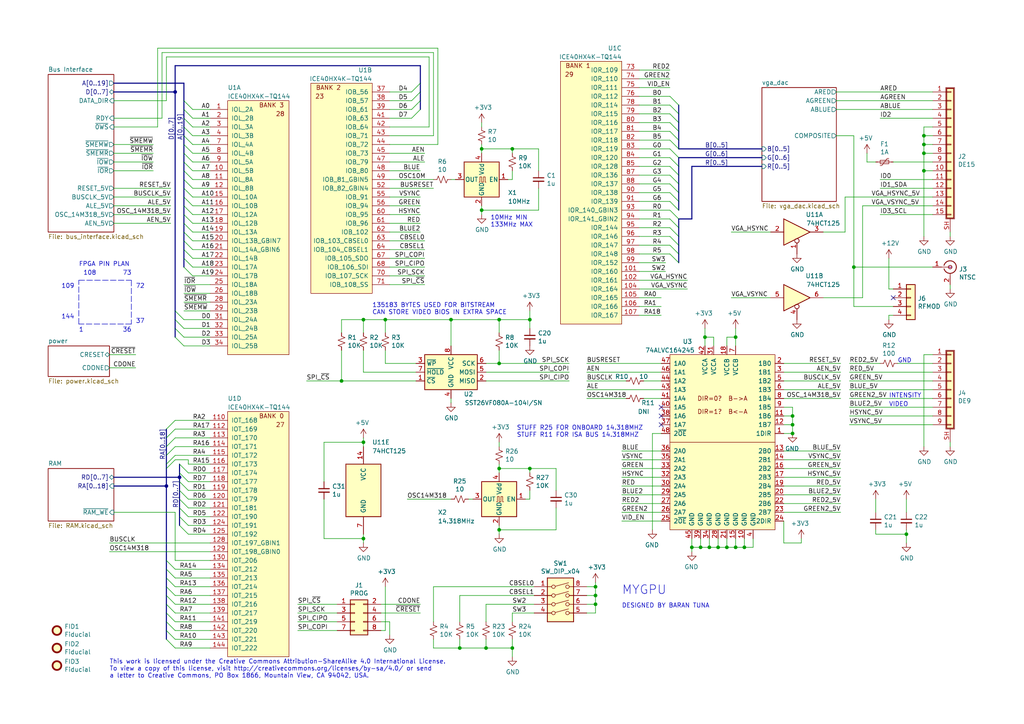
<source format=kicad_sch>
(kicad_sch (version 20231120) (generator "eeschema") (generator_version "8.0")
  (paper "A4")
  (title_block (title "Top Level") (rev "2"))
  (lib_symbols
    (symbol "74xx:74LS125" (pin_names (offset 1.016))
      (property "Reference" "U" (at 0 1.27 0))
      (property "Value" "74LS125" (at 0 -1.27 0))
      (symbol "74LS125_1_0"
        (pin input inverted (at 0 -6.35 90) (length 4.445) (name "~") (number "1"))
        (pin input line (at -7.62 0 0) (length 3.81) (name "~") (number "2"))
        (pin tri_state line (at 7.62 0 180) (length 3.81) (name "~") (number "3"))
      )
      (symbol "74LS125_2_0"
        (pin input inverted (at 0 -6.35 90) (length 4.445) (name "~") (number "4"))
        (pin input line (at -7.62 0 0) (length 3.81) (name "~") (number "5"))
        (pin tri_state line (at 7.62 0 180) (length 3.81) (name "~") (number "6"))
      )
      (symbol "74LS125_3_0"
        (pin input inverted (at 0 -6.35 90) (length 4.445) (name "~") (number "10"))
        (pin tri_state line (at 7.62 0 180) (length 3.81) (name "~") (number "8"))
        (pin input line (at -7.62 0 0) (length 3.81) (name "~") (number "9"))
      )
      (symbol "74LS125_4_0"
        (pin tri_state line (at 7.62 0 180) (length 3.81) (name "~") (number "11"))
        (pin input line (at -7.62 0 0) (length 3.81) (name "~") (number "12"))
        (pin input inverted (at 0 -6.35 90) (length 4.445) (name "~") (number "13"))
      )
      (symbol "74LS125_5_0"
        (pin power_in line (at 0 12.7 270) (length 5.08) (name "VCC") (number "14"))
        (pin power_in line (at 0 -12.7 90) (length 5.08) (name "GND") (number "7"))
      )
    )
    (symbol "Connector:Conn_Coaxial" (pin_names (offset 1.016) hide)
      (property "Reference" "J" (at 0.254 3.048 0))
      (property "Value" "Conn_Coaxial" (at 2.921 0 90))
      (symbol "Conn_Coaxial_1_1"
        (pin passive line (at -5.08 0 0) (length 2.54) (name "In") (number "1"))
        (pin passive line (at 0 -5.08 90) (length 2.54) (name "Ext") (number "2"))
      )
    )
    (symbol "Connector_Generic:Conn_01x04" (pin_names (offset 1.016) hide)
      (property "Reference" "J" (at 0 5.08 0))
      (property "Value" "Conn_01x04" (at 0 -7.62 0))
      (symbol "Conn_01x04_1_1"
        (pin passive line (at -5.08 2.54 0) (length 3.81) (name "Pin_1") (number "1"))
        (pin passive line (at -5.08 0 0) (length 3.81) (name "Pin_2") (number "2"))
        (pin passive line (at -5.08 -2.54 0) (length 3.81) (name "Pin_3") (number "3"))
        (pin passive line (at -5.08 -5.08 0) (length 3.81) (name "Pin_4") (number "4"))
      )
    )
    (symbol "Connector_Generic:Conn_02x04_Odd_Even" (pin_names (offset 1.016) hide)
      (property "Reference" "J" (at 1.27 5.08 0))
      (property "Value" "Conn_02x04_Odd_Even" (at 1.27 -7.62 0))
      (symbol "Conn_02x04_Odd_Even_1_1"
        (pin passive line (at -5.08 2.54 0) (length 3.81) (name "Pin_1") (number "1"))
        (pin passive line (at 7.62 2.54 180) (length 3.81) (name "Pin_2") (number "2"))
        (pin passive line (at -5.08 0 0) (length 3.81) (name "Pin_3") (number "3"))
        (pin passive line (at 7.62 0 180) (length 3.81) (name "Pin_4") (number "4"))
        (pin passive line (at -5.08 -2.54 0) (length 3.81) (name "Pin_5") (number "5"))
        (pin passive line (at 7.62 -2.54 180) (length 3.81) (name "Pin_6") (number "6"))
        (pin passive line (at -5.08 -5.08 0) (length 3.81) (name "Pin_7") (number "7"))
        (pin passive line (at 7.62 -5.08 180) (length 3.81) (name "Pin_8") (number "8"))
      )
    )
    (symbol "Connector_Generic_Shielded:Conn_01x09_Shielded" (pin_names (offset 1.016) hide)
      (property "Reference" "J" (at 0.254 12.446 0))
      (property "Value" "Conn_01x09_Shielded" (at 1.016 -12.446 0))
      (symbol "Conn_01x09_Shielded_1_1"
        (pin passive line (at -5.08 10.16 0) (length 4.064) (name "Pin_1") (number "1"))
        (pin passive line (at -5.08 7.62 0) (length 4.064) (name "Pin_2") (number "2"))
        (pin passive line (at -5.08 5.08 0) (length 4.064) (name "Pin_3") (number "3"))
        (pin passive line (at -5.08 2.54 0) (length 4.064) (name "Pin_4") (number "4"))
        (pin passive line (at -5.08 0 0) (length 4.064) (name "Pin_5") (number "5"))
        (pin passive line (at -5.08 -2.54 0) (length 4.064) (name "Pin_6") (number "6"))
        (pin passive line (at -5.08 -5.08 0) (length 4.064) (name "Pin_7") (number "7"))
        (pin passive line (at -5.08 -7.62 0) (length 4.064) (name "Pin_8") (number "8"))
        (pin passive line (at -5.08 -10.16 0) (length 4.064) (name "Pin_9") (number "9"))
        (pin passive line (at 0 -15.24 90) (length 3.81) (name "Shield") (number "SH"))
      )
    )
    (symbol "Connector_Generic_Shielded:Conn_01x15_Shielded" (pin_names (offset 1.016) hide)
      (property "Reference" "J" (at 0.254 20.066 0))
      (property "Value" "Conn_01x15_Shielded" (at 1.016 -20.066 0))
      (symbol "Conn_01x15_Shielded_1_1"
        (pin passive line (at -5.08 17.78 0) (length 4.064) (name "Pin_1") (number "1"))
        (pin passive line (at -5.08 -5.08 0) (length 4.064) (name "Pin_10") (number "10"))
        (pin passive line (at -5.08 -7.62 0) (length 4.064) (name "Pin_11") (number "11"))
        (pin passive line (at -5.08 -10.16 0) (length 4.064) (name "Pin_12") (number "12"))
        (pin passive line (at -5.08 -12.7 0) (length 4.064) (name "Pin_13") (number "13"))
        (pin passive line (at -5.08 -15.24 0) (length 4.064) (name "Pin_14") (number "14"))
        (pin passive line (at -5.08 -17.78 0) (length 4.064) (name "Pin_15") (number "15"))
        (pin passive line (at -5.08 15.24 0) (length 4.064) (name "Pin_2") (number "2"))
        (pin passive line (at -5.08 12.7 0) (length 4.064) (name "Pin_3") (number "3"))
        (pin passive line (at -5.08 10.16 0) (length 4.064) (name "Pin_4") (number "4"))
        (pin passive line (at -5.08 7.62 0) (length 4.064) (name "Pin_5") (number "5"))
        (pin passive line (at -5.08 5.08 0) (length 4.064) (name "Pin_6") (number "6"))
        (pin passive line (at -5.08 2.54 0) (length 4.064) (name "Pin_7") (number "7"))
        (pin passive line (at -5.08 0 0) (length 4.064) (name "Pin_8") (number "8"))
        (pin passive line (at -5.08 -2.54 0) (length 4.064) (name "Pin_9") (number "9"))
        (pin passive line (at 0 -22.86 90) (length 3.81) (name "Shield") (number "SH"))
      )
    )
    (symbol "Device:C_Small" (pin_numbers hide) (pin_names (offset 0.254) hide)
      (property "Reference" "C" (at 0.254 1.778 0))
      (property "Value" "C_Small" (at 0.254 -2.032 0))
      (symbol "C_Small_1_1"
        (pin passive line (at 0 2.54 270) (length 2.032) (name "~") (number "1"))
        (pin passive line (at 0 -2.54 90) (length 2.032) (name "~") (number "2"))
      )
    )
    (symbol "Device:Polyfuse_Small" (pin_numbers hide) (pin_names (offset 0))
      (property "Reference" "F" (at -1.905 0 90))
      (property "Value" "Polyfuse_Small" (at 1.905 0 90))
      (symbol "Polyfuse_Small_1_1"
        (pin passive line (at 0 2.54 270) (length 0.635) (name "~") (number "1"))
        (pin passive line (at 0 -2.54 90) (length 0.635) (name "~") (number "2"))
      )
    )
    (symbol "Device:R_Small_US" (pin_numbers hide) (pin_names (offset 0.254) hide)
      (property "Reference" "R" (at 0.762 0.508 0))
      (property "Value" "R_Small_US" (at 0.762 -1.016 0))
      (symbol "R_Small_US_1_1"
        (pin passive line (at 0 2.54 270) (length 1.016) (name "~") (number "1"))
        (pin passive line (at 0 -2.54 90) (length 1.016) (name "~") (number "2"))
      )
    )
    (symbol "Mechanical:Fiducial" (exclude_from_sim yes) (in_bom no)
      (property "Reference" "FID" (at 0 5.08 0))
      (property "Value" "Fiducial" (at 0 3.175 0))
    )
    (symbol "Memory_EEPROM:25LCxxx"
      (property "Reference" "U" (at -7.62 6.35 0))
      (property "Value" "25LCxxx" (at 2.54 -6.35 0))
      (symbol "25LCxxx_1_1"
        (pin input line (at -10.16 -2.54 0) (length 2.54) (name "~{CS}") (number "1"))
        (pin tri_state line (at 10.16 -2.54 180) (length 2.54) (name "MISO") (number "2"))
        (pin input line (at -10.16 2.54 0) (length 2.54) (name "~{WP}") (number "3"))
        (pin power_in line (at 0 -7.62 90) (length 2.54) (name "GND") (number "4"))
        (pin input line (at 10.16 0 180) (length 2.54) (name "MOSI") (number "5"))
        (pin input line (at 10.16 2.54 180) (length 2.54) (name "SCK") (number "6"))
        (pin input line (at -10.16 0 0) (length 2.54) (name "~{HOLD}") (number "7"))
        (pin power_in line (at 0 7.62 270) (length 2.54) (name "VCC") (number "8"))
      )
    )
    (symbol "Oscillator:ASE-xxxMHz" (pin_names (offset 0.254))
      (property "Reference" "X" (at -5.08 6.35 0))
      (property "Value" "ASE-xxxMHz" (at 1.27 -6.35 0))
      (symbol "ASE-xxxMHz_1_1"
        (pin input line (at -7.62 0 0) (length 2.54) (name "EN") (number "1"))
        (pin power_in line (at 0 -7.62 90) (length 2.54) (name "GND") (number "2"))
        (pin output line (at 7.62 0 180) (length 2.54) (name "OUT") (number "3"))
        (pin power_in line (at 0 7.62 270) (length 2.54) (name "Vdd") (number "4"))
      )
    )
    (symbol "Switch:SW_DIP_x04" (pin_names (offset 0) hide)
      (property "Reference" "SW" (at 0 8.89 0))
      (property "Value" "SW_DIP_x04" (at 0 -6.35 0))
      (symbol "SW_DIP_x04_1_1"
        (pin passive line (at -7.62 5.08 0) (length 5.08) (name "~") (number "1"))
        (pin passive line (at -7.62 2.54 0) (length 5.08) (name "~") (number "2"))
        (pin passive line (at -7.62 0 0) (length 5.08) (name "~") (number "3"))
        (pin passive line (at -7.62 -2.54 0) (length 5.08) (name "~") (number "4"))
        (pin passive line (at 7.62 -2.54 180) (length 5.08) (name "~") (number "5"))
        (pin passive line (at 7.62 0 180) (length 5.08) (name "~") (number "6"))
        (pin passive line (at 7.62 2.54 180) (length 5.08) (name "~") (number "7"))
        (pin passive line (at 7.62 5.08 180) (length 5.08) (name "~") (number "8"))
      )
    )
    (symbol "isavideo-rescue:+12V-power" (power) (pin_names (offset 0))
      (property "Value" "power_+12V" (at 0 3.556 0))
      (symbol "+12V-power_1_1"
        (pin power_in line (at 0 0 90) (length 0) hide (name "+12V") (number "1"))
      )
    )
    (symbol "isavideo-rescue:+3V3-power" (power) (pin_names (offset 0))
      (property "Value" "power_+3V3" (at 0 3.556 0))
      (symbol "+3V3-power_1_1"
        (pin power_in line (at 0 0 90) (length 0) hide (name "+3V3") (number "1"))
      )
    )
    (symbol "isavideo-rescue:+5V-power" (power) (pin_names (offset 0))
      (property "Value" "power_+5V" (at 0 3.556 0))
      (symbol "+5V-power_1_1"
        (pin power_in line (at 0 0 90) (length 0) hide (name "+5V") (number "1"))
      )
    )
    (symbol "isavideo-rescue:74ALVC164245-logic" (pin_names (offset 1.016))
      (property "Reference" "U" (at 24.13 3.81 0))
      (property "Value" "logic_74ALVC164245" (at 29.21 1.27 0))
      (symbol "74ALVC164245-logic_0_0"
        (text "DIR=0?  B->A" (at 15.24 -12.7 0) (effects (font (size 1.27 1.27))))
        (text "DIR=1?  B<-A" (at 15.24 -16.51 0) (effects (font (size 1.27 1.27))))
      )
      (symbol "74ALVC164245-logic_1_1"
        (pin input line (at -2.54 -22.86 0) (length 2.54) (name "1DIR") (number "1"))
        (pin power_in line (at 8.89 -53.34 90) (length 2.54) (name "GND") (number "10"))
        (pin bidirectional line (at -2.54 -17.78 0) (length 2.54) (name "1B6") (number "11"))
        (pin bidirectional line (at -2.54 -20.32 0) (length 2.54) (name "1B7") (number "12"))
        (pin bidirectional line (at -2.54 -27.94 0) (length 2.54) (name "2B0") (number "13"))
        (pin bidirectional line (at -2.54 -30.48 0) (length 2.54) (name "2B1") (number "14"))
        (pin power_in line (at 11.43 -53.34 90) (length 2.54) (name "GND") (number "15"))
        (pin bidirectional line (at -2.54 -33.02 0) (length 2.54) (name "2B2") (number "16"))
        (pin bidirectional line (at -2.54 -35.56 0) (length 2.54) (name "2B3") (number "17"))
        (pin power_in line (at 13.97 2.54 270) (length 2.54) (name "VCCB") (number "18"))
        (pin bidirectional line (at -2.54 -38.1 0) (length 2.54) (name "2B4") (number "19"))
        (pin bidirectional line (at -2.54 -2.54 0) (length 2.54) (name "1B0") (number "2"))
        (pin bidirectional line (at -2.54 -40.64 0) (length 2.54) (name "2B5") (number "20"))
        (pin power_in line (at 13.97 -53.34 90) (length 2.54) (name "GND") (number "21"))
        (pin bidirectional line (at -2.54 -43.18 0) (length 2.54) (name "2B6") (number "22"))
        (pin bidirectional line (at -2.54 -45.72 0) (length 2.54) (name "2B7") (number "23"))
        (pin input line (at -2.54 -48.26 0) (length 2.54) (name "2DIR") (number "24"))
        (pin input line (at 33.02 -48.26 180) (length 2.54) (name "2~{OE}") (number "25"))
        (pin bidirectional line (at 33.02 -45.72 180) (length 2.54) (name "2A7") (number "26"))
        (pin bidirectional line (at 33.02 -43.18 180) (length 2.54) (name "2A6") (number "27"))
        (pin power_in line (at 16.51 -53.34 90) (length 2.54) (name "GND") (number "28"))
        (pin bidirectional line (at 33.02 -40.64 180) (length 2.54) (name "2A5") (number "29"))
        (pin bidirectional line (at -2.54 -5.08 0) (length 2.54) (name "1B1") (number "3"))
        (pin bidirectional line (at 33.02 -38.1 180) (length 2.54) (name "2A4") (number "30"))
        (pin power_in line (at 17.78 2.54 270) (length 2.54) (name "VCCA") (number "31"))
        (pin bidirectional line (at 33.02 -35.56 180) (length 2.54) (name "2A3") (number "32"))
        (pin bidirectional line (at 33.02 -33.02 180) (length 2.54) (name "2A2") (number "33"))
        (pin power_in line (at 19.05 -53.34 90) (length 2.54) (name "GND") (number "34"))
        (pin bidirectional line (at 33.02 -30.48 180) (length 2.54) (name "2A1") (number "35"))
        (pin bidirectional line (at 33.02 -27.94 180) (length 2.54) (name "2A0") (number "36"))
        (pin bidirectional line (at 33.02 -20.32 180) (length 2.54) (name "1A7") (number "37"))
        (pin bidirectional line (at 33.02 -17.78 180) (length 2.54) (name "1A6") (number "38"))
        (pin power_in line (at 21.59 -53.34 90) (length 2.54) (name "GND") (number "39"))
        (pin power_in line (at 6.35 -53.34 90) (length 2.54) (name "GND") (number "4"))
        (pin bidirectional line (at 33.02 -15.24 180) (length 2.54) (name "1A5") (number "40"))
        (pin bidirectional line (at 33.02 -12.7 180) (length 2.54) (name "1A4") (number "41"))
        (pin power_in line (at 20.32 2.54 270) (length 2.54) (name "VCCA") (number "42"))
        (pin bidirectional line (at 33.02 -10.16 180) (length 2.54) (name "1A3") (number "43"))
        (pin bidirectional line (at 33.02 -7.62 180) (length 2.54) (name "1A2") (number "44"))
        (pin power_in line (at 24.13 -53.34 90) (length 2.54) (name "GND") (number "45"))
        (pin bidirectional line (at 33.02 -5.08 180) (length 2.54) (name "1A1") (number "46"))
        (pin bidirectional line (at 33.02 -2.54 180) (length 2.54) (name "1A0") (number "47"))
        (pin bidirectional line (at 33.02 -22.86 180) (length 2.54) (name "2~{OE}") (number "48"))
        (pin bidirectional line (at -2.54 -7.62 0) (length 2.54) (name "1B2") (number "5"))
        (pin bidirectional line (at -2.54 -10.16 0) (length 2.54) (name "1B3") (number "6"))
        (pin power_in line (at 11.43 2.54 270) (length 2.54) (name "VCCB") (number "7"))
        (pin bidirectional line (at -2.54 -12.7 0) (length 2.54) (name "1B4") (number "8"))
        (pin bidirectional line (at -2.54 -15.24 0) (length 2.54) (name "1B5") (number "9"))
      )
    )
    (symbol "isavideo-rescue:GND-power" (power) (pin_names (offset 0))
      (property "Value" "power_GND" (at 0 -3.81 0))
      (symbol "GND-power_1_1"
        (pin power_in line (at 0 0 270) (length 0) hide (name "GND") (number "1"))
      )
    )
    (symbol "isavideo-rescue:ICE40HX4K-TQ144-logic" (pin_names (offset 1.016))
      (property "Reference" "U" (at 0 3.81 0))
      (property "Value" "logic_ICE40HX4K-TQ144" (at 8.89 1.27 0))
      (symbol "ICE40HX4K-TQ144-logic_1_0"
        (text "28" (at 15.24 -3.81 0) (effects (font (size 1.27 1.27))))
        (text "BANK 3" (at 12.7 -1.27 0) (effects (font (size 1.27 1.27))))
      )
      (symbol "ICE40HX4K-TQ144-logic_1_1"
        (pin passive line (at -5.08 -2.54 0) (length 5.08) (name "IOL_2A") (number "1"))
        (pin passive line (at -5.08 -20.32 0) (length 5.08) (name "IOL_5B") (number "10"))
        (pin passive line (at -5.08 -22.86 0) (length 5.08) (name "IOL_8A") (number "11"))
        (pin passive line (at -5.08 -25.4 0) (length 5.08) (name "IOL_8B") (number "12"))
        (pin passive line (at -5.08 -27.94 0) (length 5.08) (name "IOL_10A") (number "15"))
        (pin passive line (at -5.08 -30.48 0) (length 5.08) (name "IOL_10B") (number "16"))
        (pin passive line (at -5.08 -33.02 0) (length 5.08) (name "IOL_12A") (number "17"))
        (pin passive line (at -5.08 -35.56 0) (length 5.08) (name "IOL_12B") (number "18"))
        (pin passive line (at -5.08 -38.1 0) (length 5.08) (name "IOL_13A") (number "19"))
        (pin passive line (at -5.08 -5.08 0) (length 5.08) (name "IOL_2B") (number "2"))
        (pin passive line (at -5.08 -40.64 0) (length 5.08) (name "IOL_13B_GBIN7") (number "20"))
        (pin passive line (at -5.08 -43.18 0) (length 5.08) (name "IOL_14A_GBIN6") (number "21"))
        (pin passive line (at -5.08 -45.72 0) (length 5.08) (name "IOL_14B") (number "22"))
        (pin passive line (at -5.08 -48.26 0) (length 5.08) (name "IOL_17A") (number "23"))
        (pin passive line (at -5.08 -50.8 0) (length 5.08) (name "IOL_17B") (number "24"))
        (pin passive line (at -5.08 -53.34 0) (length 5.08) (name "IOL_18A") (number "25"))
        (pin passive line (at -5.08 -55.88 0) (length 5.08) (name "IOL_18B") (number "26"))
        (pin passive line (at -5.08 -58.42 0) (length 5.08) (name "IOL_23A") (number "28"))
        (pin passive line (at -5.08 -60.96 0) (length 5.08) (name "IOL_23B") (number "29"))
        (pin passive line (at -5.08 -7.62 0) (length 5.08) (name "IOL_3A") (number "3"))
        (pin passive line (at -5.08 -63.5 0) (length 5.08) (name "IOL_24A") (number "31"))
        (pin passive line (at -5.08 -66.04 0) (length 5.08) (name "IOL_24B") (number "32"))
        (pin passive line (at -5.08 -68.58 0) (length 5.08) (name "IOL_25A") (number "33"))
        (pin passive line (at -5.08 -71.12 0) (length 5.08) (name "IOL_25B") (number "34"))
        (pin passive line (at -5.08 -10.16 0) (length 5.08) (name "IOL_3B") (number "4"))
        (pin passive line (at -5.08 -12.7 0) (length 5.08) (name "IOL_4A") (number "7"))
        (pin passive line (at -5.08 -15.24 0) (length 5.08) (name "IOL_4B") (number "8"))
        (pin passive line (at -5.08 -17.78 0) (length 5.08) (name "IOL_5A") (number "9"))
      )
      (symbol "ICE40HX4K-TQ144-logic_2_0"
        (text "23" (at 15.24 -3.81 0) (effects (font (size 1.27 1.27))))
        (text "BANK 2" (at 12.7 -1.27 0) (effects (font (size 1.27 1.27))))
      )
      (symbol "ICE40HX4K-TQ144-logic_2_1"
        (pin passive line (at -5.08 -2.54 0) (length 5.08) (name "IOB_56") (number "37"))
        (pin passive line (at -5.08 -5.08 0) (length 5.08) (name "IOB_57") (number "38"))
        (pin passive line (at -5.08 -7.62 0) (length 5.08) (name "IOB_61") (number "39"))
        (pin passive line (at -5.08 -10.16 0) (length 5.08) (name "IOB_63") (number "41"))
        (pin passive line (at -5.08 -12.7 0) (length 5.08) (name "IOB_64") (number "42"))
        (pin passive line (at -5.08 -15.24 0) (length 5.08) (name "IOB_71") (number "43"))
        (pin passive line (at -5.08 -17.78 0) (length 5.08) (name "IOB_72") (number "44"))
        (pin passive line (at -5.08 -20.32 0) (length 5.08) (name "IOB_73") (number "45"))
        (pin passive line (at -5.08 -22.86 0) (length 5.08) (name "IOB_79") (number "47"))
        (pin passive line (at -5.08 -25.4 0) (length 5.08) (name "IOB_80") (number "48"))
        (pin passive line (at -5.08 -27.94 0) (length 5.08) (name "IOB_81_GBIN5") (number "49"))
        (pin passive line (at -5.08 -30.48 0) (length 5.08) (name "IOB_82_GBIN4") (number "52"))
        (pin passive line (at -5.08 -33.02 0) (length 5.08) (name "IOB_91") (number "55"))
        (pin passive line (at -5.08 -35.56 0) (length 5.08) (name "IOB_94") (number "56"))
        (pin passive line (at -5.08 -38.1 0) (length 5.08) (name "IOB_95") (number "60"))
        (pin passive line (at -5.08 -40.64 0) (length 5.08) (name "IOB_96") (number "61"))
        (pin passive line (at -5.08 -43.18 0) (length 5.08) (name "IOB_102") (number "62"))
        (pin passive line (at -5.08 -45.72 0) (length 5.08) (name "IOB_103_CBSEL0") (number "63"))
        (pin passive line (at -5.08 -48.26 0) (length 5.08) (name "IOB_104_CBSEL1") (number "64"))
        (pin passive line (at -5.08 -50.8 0) (length 5.08) (name "IOB_105_SDO") (number "67"))
        (pin passive line (at -5.08 -53.34 0) (length 5.08) (name "IOB_106_SDI") (number "68"))
        (pin passive line (at -5.08 -55.88 0) (length 5.08) (name "IOB_107_SCK") (number "70"))
        (pin passive line (at -5.08 -58.42 0) (length 5.08) (name "IOB_108_SS") (number "71"))
      )
      (symbol "ICE40HX4K-TQ144-logic_3_0"
        (text "29" (at 15.24 -3.81 0) (effects (font (size 1.27 1.27))))
        (text "BANK 1" (at 12.7 -1.27 0) (effects (font (size 1.27 1.27))))
      )
      (symbol "ICE40HX4K-TQ144-logic_3_1"
        (pin passive line (at -5.08 -60.96 0) (length 5.08) (name "IOR_160") (number "101"))
        (pin passive line (at -5.08 -63.5 0) (length 5.08) (name "IOR_161") (number "102"))
        (pin passive line (at -5.08 -66.04 0) (length 5.08) (name "IOR_164") (number "104"))
        (pin passive line (at -5.08 -68.58 0) (length 5.08) (name "IOR_165") (number "105"))
        (pin passive line (at -5.08 -71.12 0) (length 5.08) (name "IOR_166") (number "106"))
        (pin passive line (at -5.08 -73.66 0) (length 5.08) (name "IOR_167") (number "107"))
        (pin passive line (at -5.08 -2.54 0) (length 5.08) (name "IOR_109") (number "73"))
        (pin passive line (at -5.08 -5.08 0) (length 5.08) (name "IOR_110") (number "74"))
        (pin passive line (at -5.08 -7.62 0) (length 5.08) (name "IOR_111") (number "75"))
        (pin passive line (at -5.08 -10.16 0) (length 5.08) (name "IOR_112") (number "76"))
        (pin passive line (at -5.08 -12.7 0) (length 5.08) (name "IOR_114") (number "78"))
        (pin passive line (at -5.08 -15.24 0) (length 5.08) (name "IOR_115") (number "79"))
        (pin passive line (at -5.08 -17.78 0) (length 5.08) (name "IOR_116") (number "80"))
        (pin passive line (at -5.08 -20.32 0) (length 5.08) (name "IOR_117") (number "81"))
        (pin passive line (at -5.08 -22.86 0) (length 5.08) (name "IOR_118") (number "82"))
        (pin passive line (at -5.08 -25.4 0) (length 5.08) (name "IOR_119") (number "83"))
        (pin passive line (at -5.08 -27.94 0) (length 5.08) (name "IOR_120") (number "84"))
        (pin passive line (at -5.08 -30.48 0) (length 5.08) (name "IOR_128") (number "85"))
        (pin passive line (at -5.08 -33.02 0) (length 5.08) (name "IOR_136") (number "87"))
        (pin passive line (at -5.08 -35.56 0) (length 5.08) (name "IOR_137") (number "88"))
        (pin passive line (at -5.08 -38.1 0) (length 5.08) (name "IOR_138") (number "90"))
        (pin passive line (at -5.08 -40.64 0) (length 5.08) (name "IOR_139") (number "91"))
        (pin passive line (at -5.08 -43.18 0) (length 5.08) (name "IOR_140_GBIN3") (number "93"))
        (pin passive line (at -5.08 -45.72 0) (length 5.08) (name "IOR_141_GBIN2") (number "94"))
        (pin passive line (at -5.08 -48.26 0) (length 5.08) (name "IOR_144") (number "95"))
        (pin passive line (at -5.08 -50.8 0) (length 5.08) (name "IOR_146") (number "96"))
        (pin passive line (at -5.08 -53.34 0) (length 5.08) (name "IOR_147") (number "97"))
        (pin passive line (at -5.08 -55.88 0) (length 5.08) (name "IOR_148") (number "98"))
        (pin passive line (at -5.08 -58.42 0) (length 5.08) (name "IOR_152") (number "99"))
      )
      (symbol "ICE40HX4K-TQ144-logic_4_0"
        (text "27" (at 15.24 -3.81 0) (effects (font (size 1.27 1.27))))
        (text "BANK 0" (at 12.7 -1.27 0) (effects (font (size 1.27 1.27))))
      )
      (symbol "ICE40HX4K-TQ144-logic_4_1"
        (pin passive line (at -5.08 -2.54 0) (length 5.08) (name "IOT_168") (number "110"))
        (pin passive line (at -5.08 -5.08 0) (length 5.08) (name "IOT_169") (number "112"))
        (pin passive line (at -5.08 -7.62 0) (length 5.08) (name "IOT_170") (number "113"))
        (pin passive line (at -5.08 -10.16 0) (length 5.08) (name "IOT_171") (number "114"))
        (pin passive line (at -5.08 -12.7 0) (length 5.08) (name "IOT_172") (number "115"))
        (pin passive line (at -5.08 -15.24 0) (length 5.08) (name "IOT_173") (number "116"))
        (pin passive line (at -5.08 -17.78 0) (length 5.08) (name "IOT_174") (number "117"))
        (pin passive line (at -5.08 -20.32 0) (length 5.08) (name "IOT_177") (number "118"))
        (pin passive line (at -5.08 -22.86 0) (length 5.08) (name "IOT_178") (number "119"))
        (pin passive line (at -5.08 -25.4 0) (length 5.08) (name "IOT_179") (number "120"))
        (pin passive line (at -5.08 -27.94 0) (length 5.08) (name "IOT_181") (number "121"))
        (pin passive line (at -5.08 -30.48 0) (length 5.08) (name "IOT_190") (number "122"))
        (pin passive line (at -5.08 -33.02 0) (length 5.08) (name "IOT_191") (number "124"))
        (pin passive line (at -5.08 -35.56 0) (length 5.08) (name "IOT_192") (number "125"))
        (pin passive line (at -5.08 -38.1 0) (length 5.08) (name "IOT_197_GBIN1") (number "128"))
        (pin passive line (at -5.08 -40.64 0) (length 5.08) (name "IOT_198_GBIN0") (number "129"))
        (pin passive line (at -5.08 -43.18 0) (length 5.08) (name "IOT_206") (number "130"))
        (pin passive line (at -5.08 -45.72 0) (length 5.08) (name "IOT_212") (number "134"))
        (pin passive line (at -5.08 -48.26 0) (length 5.08) (name "IOT_213") (number "135"))
        (pin passive line (at -5.08 -50.8 0) (length 5.08) (name "IOT_214") (number "136"))
        (pin passive line (at -5.08 -53.34 0) (length 5.08) (name "IOT_215") (number "137"))
        (pin passive line (at -5.08 -55.88 0) (length 5.08) (name "IOT_216") (number "138"))
        (pin passive line (at -5.08 -58.42 0) (length 5.08) (name "IOT_217") (number "139"))
        (pin passive line (at -5.08 -60.96 0) (length 5.08) (name "IOT_219") (number "141"))
        (pin passive line (at -5.08 -63.5 0) (length 5.08) (name "IOT_220") (number "142"))
        (pin passive line (at -5.08 -66.04 0) (length 5.08) (name "IOT_221") (number "143"))
        (pin passive line (at -5.08 -68.58 0) (length 5.08) (name "IOT_222") (number "144"))
      )
      (symbol "ICE40HX4K-TQ144-logic_5_1"
        (pin power_in line (at 26.67 -25.4 180) (length 5.08) (name "VCCIO_1") (number "100"))
        (pin power_in line (at -5.08 -43.18 0) (length 5.08) (name "GND") (number "103"))
        (pin power_in line (at 26.67 -12.7 180) (length 5.08) (name "VPP_2V5") (number "108"))
        (pin power_in line (at 26.67 -10.16 180) (length 5.08) (name "VPP_FAST") (number "109"))
        (pin power_in line (at 26.67 -48.26 180) (length 5.08) (name "VCC_CORE") (number "111"))
        (pin power_in line (at 26.67 -17.78 180) (length 5.08) (name "VCCIO_0") (number "123"))
        (pin power_in line (at 26.67 -55.88 180) (length 5.08) (name "VCCPLL1") (number "126"))
        (pin power_in line (at -5.08 -55.88 0) (length 5.08) (name "GNDPLL1") (number "127"))
        (pin power_in line (at -5.08 -30.48 0) (length 5.08) (name "GND") (number "13"))
        (pin power_in line (at 26.67 -20.32 180) (length 5.08) (name "VCCIO_0") (number "131"))
        (pin power_in line (at -5.08 -45.72 0) (length 5.08) (name "GND") (number "132"))
        (pin no_connect line (at -5.08 -22.86 0) (length 5.08) (name "NC") (number "133"))
        (pin power_in line (at -5.08 -33.02 0) (length 5.08) (name "GND") (number "14"))
        (pin power_in line (at -5.08 -48.26 0) (length 5.08) (name "GND") (number "140"))
        (pin power_in line (at 26.67 -40.64 180) (length 5.08) (name "VCC_CORE") (number "27"))
        (pin power_in line (at 26.67 -35.56 180) (length 5.08) (name "VCCIO_3") (number "30"))
        (pin no_connect line (at -5.08 -7.62 0) (length 5.08) (name "NC") (number "35"))
        (pin no_connect line (at -5.08 -10.16 0) (length 5.08) (name "NC") (number "36"))
        (pin power_in line (at 26.67 -43.18 180) (length 5.08) (name "VCC_CORE") (number "40"))
        (pin power_in line (at 26.67 -27.94 180) (length 5.08) (name "VCCIO_2") (number "46"))
        (pin power_in line (at -5.08 -27.94 0) (length 5.08) (name "GND") (number "5"))
        (pin no_connect line (at -5.08 -12.7 0) (length 5.08) (name "NC") (number "50"))
        (pin no_connect line (at -5.08 -15.24 0) (length 5.08) (name "NC") (number "51"))
        (pin power_in line (at -5.08 -53.34 0) (length 5.08) (name "GNDPLL0") (number "53"))
        (pin power_in line (at 26.67 -53.34 180) (length 5.08) (name "VCCPLL0") (number "54"))
        (pin power_in line (at 26.67 -30.48 180) (length 5.08) (name "VCCIO_2") (number "57"))
        (pin no_connect line (at -5.08 -17.78 0) (length 5.08) (name "NC") (number "58"))
        (pin power_in line (at -5.08 -35.56 0) (length 5.08) (name "GND") (number "59"))
        (pin power_in line (at 26.67 -33.02 180) (length 5.08) (name "VCCIO_3") (number "6"))
        (pin output line (at 26.67 -2.54 180) (length 5.08) (name "CDONE") (number "65"))
        (pin input line (at -5.08 -2.54 0) (length 5.08) (name "~{CRESET}") (number "66"))
        (pin power_in line (at -5.08 -38.1 0) (length 5.08) (name "GND") (number "69"))
        (pin power_in line (at 26.67 -7.62 180) (length 5.08) (name "VCC_SPI") (number "72"))
        (pin no_connect line (at -5.08 -20.32 0) (length 5.08) (name "NC") (number "77"))
        (pin power_in line (at -5.08 -40.64 0) (length 5.08) (name "GND") (number "86"))
        (pin power_in line (at 26.67 -22.86 180) (length 5.08) (name "VCCIO_1") (number "89"))
        (pin power_in line (at 26.67 -45.72 180) (length 5.08) (name "VCC_CORE") (number "92"))
      )
    )
  )
  (junction (at 229.87 123.19))
  (junction (at 267.97 41.91))
  (junction (at 210.82 158.75))
  (junction (at 144.78 105.41))
  (junction (at 267.97 49.53))
  (junction (at 200.66 158.75))
  (junction (at 267.97 39.37))
  (junction (at 213.36 97.79))
  (junction (at 139.7 43.18))
  (junction (at 247.65 77.47))
  (junction (at 262.89 154.94))
  (junction (at 144.78 135.89))
  (junction (at 172.72 175.26))
  (junction (at 144.78 153.67))
  (junction (at 213.36 158.75))
  (junction (at 48.26 140.97))
  (junction (at 229.87 120.65))
  (junction (at 105.41 156.21))
  (junction (at 139.7 60.96))
  (junction (at 111.76 92.71))
  (junction (at 208.28 158.75))
  (junction (at 130.81 92.71))
  (junction (at 148.59 187.96))
  (junction (at 205.74 158.75))
  (junction (at 153.67 92.71))
  (junction (at 229.87 125.73))
  (junction (at 144.78 92.71))
  (junction (at 148.59 43.18))
  (junction (at 99.06 110.49))
  (junction (at 215.9 158.75))
  (junction (at 133.35 187.96))
  (junction (at 52.07 138.43))
  (junction (at 140.97 187.96))
  (junction (at 172.72 170.18))
  (junction (at 172.72 172.72))
  (junction (at 267.97 44.45))
  (junction (at 203.2 158.75))
  (junction (at 204.47 97.79))
  (junction (at 153.67 135.89))
  (junction (at 50.8 26.67))
  (junction (at 105.41 128.27))
  (junction (at 105.41 92.71))
  (no_connect (at 191.77 120.65))
  (no_connect (at 259.08 86.36))
  (no_connect (at 191.77 123.19))
  (no_connect (at 191.77 118.11))
  (bus_entry (at 48.26 124.46) (size 2.54 -2.54))
  (bus_entry (at 48.26 170.18) (size 2.54 2.54))
  (bus_entry (at 50.8 90.17) (size 2.54 2.54))
  (bus_entry (at 53.34 29.21) (size 2.54 2.54))
  (bus_entry (at 194.31 43.18) (size 2.54 2.54))
  (bus_entry (at 52.07 147.32) (size 2.54 2.54))
  (bus_entry (at 194.31 71.12) (size 2.54 2.54))
  (bus_entry (at 194.31 48.26) (size 2.54 2.54))
  (bus_entry (at 53.34 31.75) (size 2.54 2.54))
  (bus_entry (at 194.31 27.94) (size 2.54 2.54))
  (bus_entry (at 194.31 30.48) (size 2.54 2.54))
  (bus_entry (at 48.26 165.1) (size 2.54 2.54))
  (bus_entry (at 194.31 68.58) (size 2.54 2.54))
  (bus_entry (at 53.34 49.53) (size 2.54 2.54))
  (bus_entry (at 194.31 60.96) (size 2.54 2.54))
  (bus_entry (at 48.26 172.72) (size 2.54 2.54))
  (bus_entry (at 52.07 144.78) (size 2.54 2.54))
  (bus_entry (at 52.07 142.24) (size 2.54 2.54))
  (bus_entry (at 53.34 41.91) (size 2.54 2.54))
  (bus_entry (at 119.38 31.75) (size 2.54 -2.54))
  (bus_entry (at 53.34 34.29) (size 2.54 2.54))
  (bus_entry (at 52.07 134.62) (size 2.54 2.54))
  (bus_entry (at 194.31 53.34) (size 2.54 2.54))
  (bus_entry (at 53.34 77.47) (size 2.54 2.54))
  (bus_entry (at 53.34 36.83) (size 2.54 2.54))
  (bus_entry (at 50.8 95.25) (size 2.54 2.54))
  (bus_entry (at 48.26 182.88) (size 2.54 2.54))
  (bus_entry (at 53.34 69.85) (size 2.54 2.54))
  (bus_entry (at 48.26 177.8) (size 2.54 2.54))
  (bus_entry (at 50.8 97.79) (size 2.54 2.54))
  (bus_entry (at 48.26 180.34) (size 2.54 2.54))
  (bus_entry (at 194.31 40.64) (size 2.54 2.54))
  (bus_entry (at 52.07 137.16) (size 2.54 2.54))
  (bus_entry (at 53.34 62.23) (size 2.54 2.54))
  (bus_entry (at 52.07 139.7) (size 2.54 2.54))
  (bus_entry (at 53.34 54.61) (size 2.54 2.54))
  (bus_entry (at 48.26 132.08) (size 2.54 -2.54))
  (bus_entry (at 194.31 33.02) (size 2.54 2.54))
  (bus_entry (at 119.38 34.29) (size 2.54 -2.54))
  (bus_entry (at 194.31 66.04) (size 2.54 2.54))
  (bus_entry (at 48.26 127) (size 2.54 -2.54))
  (bus_entry (at 194.31 45.72) (size 2.54 2.54))
  (bus_entry (at 53.34 59.69) (size 2.54 2.54))
  (bus_entry (at 53.34 57.15) (size 2.54 2.54))
  (bus_entry (at 53.34 74.93) (size 2.54 2.54))
  (bus_entry (at 48.26 135.89) (size 2.54 -2.54))
  (bus_entry (at 48.26 175.26) (size 2.54 2.54))
  (bus_entry (at 53.34 39.37) (size 2.54 2.54))
  (bus_entry (at 53.34 64.77) (size 2.54 2.54))
  (bus_entry (at 194.31 55.88) (size 2.54 2.54))
  (bus_entry (at 194.31 35.56) (size 2.54 2.54))
  (bus_entry (at 53.34 52.07) (size 2.54 2.54))
  (bus_entry (at 53.34 46.99) (size 2.54 2.54))
  (bus_entry (at 194.31 38.1) (size 2.54 2.54))
  (bus_entry (at 52.07 152.4) (size 2.54 2.54))
  (bus_entry (at 48.26 134.62) (size 2.54 -2.54))
  (bus_entry (at 48.26 167.64) (size 2.54 2.54))
  (bus_entry (at 48.26 129.54) (size 2.54 -2.54))
  (bus_entry (at 53.34 72.39) (size 2.54 2.54))
  (bus_entry (at 53.34 44.45) (size 2.54 2.54))
  (bus_entry (at 194.31 58.42) (size 2.54 2.54))
  (bus_entry (at 48.26 162.56) (size 2.54 2.54))
  (bus_entry (at 48.26 185.42) (size 2.54 2.54))
  (bus_entry (at 52.07 149.86) (size 2.54 2.54))
  (bus_entry (at 194.31 50.8) (size 2.54 2.54))
  (bus_entry (at 194.31 63.5) (size 2.54 2.54))
  (bus_entry (at 119.38 29.21) (size 2.54 -2.54))
  (bus_entry (at 119.38 26.67) (size 2.54 -2.54))
  (bus_entry (at 50.8 92.71) (size 2.54 2.54))
  (bus_entry (at 53.34 67.31) (size 2.54 2.54))
  (bus_entry (at 194.31 73.66) (size 2.54 2.54))
  (wire (pts (xy 111.76 182.88) (xy 111.76 170.18)))
  (wire (pts (xy 45.72 13.97) (xy 45.72 36.83)))
  (wire (pts (xy 185.42 45.72) (xy 194.31 45.72)))
  (wire (pts (xy 208.28 156.21) (xy 208.28 158.75)))
  (wire (pts (xy 144.78 92.71) (xy 130.81 92.71)))
  (wire (pts (xy 31.75 102.87) (xy 39.37 102.87)))
  (wire (pts (xy 153.67 92.71) (xy 153.67 90.17)))
  (wire (pts (xy 140.97 187.96) (xy 140.97 185.42)))
  (wire (pts (xy 227.33 113.03) (xy 243.84 113.03)))
  (bus (pts (xy 33.02 26.67) (xy 50.8 26.67)))
  (bus (pts (xy 53.34 57.15) (xy 53.34 59.69)))
  (wire (pts (xy 191.77 113.03) (xy 170.18 113.03)))
  (wire (pts (xy 50.8 132.08) (xy 60.96 132.08)))
  (wire (pts (xy 185.42 55.88) (xy 194.31 55.88)))
  (bus (pts (xy 48.26 180.34) (xy 48.26 182.88)))
  (wire (pts (xy 215.9 156.21) (xy 215.9 158.75)))
  (wire (pts (xy 60.96 160.02) (xy 31.75 160.02)))
  (wire (pts (xy 213.36 156.21) (xy 213.36 158.75)))
  (wire (pts (xy 227.33 115.57) (xy 243.84 115.57)))
  (wire (pts (xy 205.74 156.21) (xy 205.74 158.75)))
  (wire (pts (xy 113.03 184.15) (xy 113.03 180.34)))
  (bus (pts (xy 121.92 29.21) (xy 121.92 31.75)))
  (bus (pts (xy 48.26 170.18) (xy 48.26 172.72)))
  (wire (pts (xy 60.96 57.15) (xy 55.88 57.15)))
  (wire (pts (xy 33.02 34.29) (xy 46.99 34.29)))
  (wire (pts (xy 270.51 34.29) (xy 255.27 34.29)))
  (wire (pts (xy 105.41 107.95) (xy 120.65 107.95)))
  (wire (pts (xy 140.97 180.34) (xy 140.97 175.26)))
  (bus (pts (xy 196.85 63.5) (xy 200.66 63.5)))
  (wire (pts (xy 60.96 175.26) (xy 50.8 175.26)))
  (wire (pts (xy 127 41.91) (xy 127 13.97)))
  (wire (pts (xy 139.7 44.45) (xy 139.7 43.18)))
  (wire (pts (xy 153.67 144.78) (xy 152.4 144.78)))
  (wire (pts (xy 185.42 88.9) (xy 191.77 88.9)))
  (wire (pts (xy 172.72 168.91) (xy 172.72 170.18)))
  (bus (pts (xy 52.07 138.43) (xy 52.07 139.7)))
  (wire (pts (xy 60.96 69.85) (xy 55.88 69.85)))
  (wire (pts (xy 60.96 149.86) (xy 54.61 149.86)))
  (bus (pts (xy 50.8 90.17) (xy 50.8 92.71)))
  (wire (pts (xy 185.42 63.5) (xy 194.31 63.5)))
  (wire (pts (xy 218.44 158.75) (xy 215.9 158.75)))
  (wire (pts (xy 185.42 78.74) (xy 193.04 78.74)))
  (wire (pts (xy 191.77 146.05) (xy 180.34 146.05)))
  (wire (pts (xy 229.87 118.11) (xy 229.87 120.65)))
  (wire (pts (xy 205.74 158.75) (xy 203.2 158.75)))
  (wire (pts (xy 227.33 148.59) (xy 243.84 148.59)))
  (wire (pts (xy 185.42 30.48) (xy 194.31 30.48)))
  (wire (pts (xy 60.96 177.8) (xy 50.8 177.8)))
  (wire (pts (xy 105.41 92.71) (xy 105.41 96.52)))
  (wire (pts (xy 113.03 72.39) (xy 123.19 72.39)))
  (wire (pts (xy 262.89 154.94) (xy 262.89 157.48)))
  (bus (pts (xy 53.34 39.37) (xy 53.34 41.91)))
  (bus (pts (xy 53.34 69.85) (xy 53.34 72.39)))
  (bus (pts (xy 48.26 127) (xy 48.26 129.54)))
  (wire (pts (xy 105.41 128.27) (xy 105.41 129.54)))
  (wire (pts (xy 270.51 115.57) (xy 246.38 115.57)))
  (wire (pts (xy 227.33 125.73) (xy 229.87 125.73)))
  (wire (pts (xy 93.98 144.78) (xy 93.98 156.21)))
  (wire (pts (xy 133.35 187.96) (xy 140.97 187.96)))
  (wire (pts (xy 185.42 60.96) (xy 194.31 60.96)))
  (wire (pts (xy 275.59 128.27) (xy 275.59 129.54)))
  (wire (pts (xy 172.72 170.18) (xy 172.72 172.72)))
  (wire (pts (xy 60.96 59.69) (xy 55.88 59.69)))
  (bus (pts (xy 33.02 140.97) (xy 48.26 140.97)))
  (wire (pts (xy 153.67 135.89) (xy 144.78 135.89)))
  (wire (pts (xy 60.96 167.64) (xy 50.8 167.64)))
  (wire (pts (xy 133.35 180.34) (xy 133.35 172.72)))
  (wire (pts (xy 113.03 46.99) (xy 123.19 46.99)))
  (wire (pts (xy 113.03 69.85) (xy 123.19 69.85)))
  (wire (pts (xy 113.03 77.47) (xy 123.19 77.47)))
  (wire (pts (xy 247.65 88.9) (xy 247.65 77.47)))
  (bus (pts (xy 121.92 26.67) (xy 121.92 29.21)))
  (wire (pts (xy 99.06 101.6) (xy 99.06 110.49)))
  (wire (pts (xy 189.23 125.73) (xy 189.23 153.67)))
  (wire (pts (xy 270.51 44.45) (xy 267.97 44.45)))
  (wire (pts (xy 111.76 96.52) (xy 111.76 92.71)))
  (wire (pts (xy 153.67 137.16) (xy 153.67 135.89)))
  (wire (pts (xy 270.51 110.49) (xy 246.38 110.49)))
  (wire (pts (xy 60.96 165.1) (xy 50.8 165.1)))
  (wire (pts (xy 50.8 172.72) (xy 60.96 172.72)))
  (wire (pts (xy 270.51 41.91) (xy 267.97 41.91)))
  (wire (pts (xy 124.46 16.51) (xy 124.46 36.83)))
  (wire (pts (xy 113.03 64.77) (xy 121.92 64.77)))
  (wire (pts (xy 185.42 81.28) (xy 199.39 81.28)))
  (wire (pts (xy 140.97 110.49) (xy 165.1 110.49)))
  (wire (pts (xy 191.77 110.49) (xy 186.69 110.49)))
  (wire (pts (xy 213.36 158.75) (xy 210.82 158.75)))
  (bus (pts (xy 48.26 124.46) (xy 48.26 127)))
  (wire (pts (xy 33.02 62.23) (xy 49.53 62.23)))
  (wire (pts (xy 60.96 92.71) (xy 53.34 92.71)))
  (wire (pts (xy 60.96 64.77) (xy 55.88 64.77)))
  (wire (pts (xy 60.96 170.18) (xy 50.8 170.18)))
  (bus (pts (xy 196.85 30.48) (xy 196.85 33.02)))
  (wire (pts (xy 133.35 185.42) (xy 133.35 187.96)))
  (wire (pts (xy 93.98 128.27) (xy 93.98 139.7)))
  (wire (pts (xy 204.47 97.79) (xy 204.47 100.33)))
  (bus (pts (xy 196.85 63.5) (xy 196.85 66.04)))
  (wire (pts (xy 125.73 15.24) (xy 125.73 39.37)))
  (wire (pts (xy 46.99 34.29) (xy 46.99 15.24)))
  (wire (pts (xy 60.96 52.07) (xy 55.88 52.07)))
  (wire (pts (xy 259.08 88.9) (xy 247.65 88.9)))
  (wire (pts (xy 97.79 182.88) (xy 86.36 182.88)))
  (wire (pts (xy 153.67 142.24) (xy 153.67 144.78)))
  (wire (pts (xy 148.59 187.96) (xy 148.59 185.42)))
  (wire (pts (xy 60.96 147.32) (xy 54.61 147.32)))
  (wire (pts (xy 60.96 77.47) (xy 55.88 77.47)))
  (wire (pts (xy 227.33 157.48) (xy 232.41 157.48)))
  (wire (pts (xy 270.51 102.87) (xy 267.97 102.87)))
  (bus (pts (xy 53.34 34.29) (xy 53.34 36.83)))
  (wire (pts (xy 124.46 36.83) (xy 113.03 36.83)))
  (wire (pts (xy 227.33 146.05) (xy 243.84 146.05)))
  (wire (pts (xy 229.87 120.65) (xy 229.87 123.19)))
  (polyline (pts (xy 22.86 93.98) (xy 22.86 81.28)) (stroke (width 0) (type dash)))
  (wire (pts (xy 110.49 182.88) (xy 111.76 182.88)))
  (wire (pts (xy 127 13.97) (xy 45.72 13.97)))
  (wire (pts (xy 191.77 125.73) (xy 189.23 125.73)))
  (wire (pts (xy 267.97 44.45) (xy 267.97 49.53)))
  (wire (pts (xy 259.08 83.82) (xy 257.81 83.82)))
  (bus (pts (xy 48.26 135.89) (xy 48.26 140.97)))
  (wire (pts (xy 255.27 105.41) (xy 246.38 105.41)))
  (wire (pts (xy 105.41 128.27) (xy 93.98 128.27)))
  (wire (pts (xy 144.78 92.71) (xy 153.67 92.71)))
  (wire (pts (xy 210.82 97.79) (xy 210.82 100.33)))
  (bus (pts (xy 48.26 129.54) (xy 48.26 132.08)))
  (bus (pts (xy 48.26 165.1) (xy 48.26 167.64)))
  (wire (pts (xy 113.03 41.91) (xy 127 41.91)))
  (wire (pts (xy 185.42 58.42) (xy 194.31 58.42)))
  (wire (pts (xy 148.59 43.18) (xy 139.7 43.18)))
  (wire (pts (xy 270.51 118.11) (xy 246.38 118.11)))
  (wire (pts (xy 238.76 86.36) (xy 250.19 86.36)))
  (bus (pts (xy 50.8 26.67) (xy 50.8 90.17)))
  (wire (pts (xy 185.42 40.64) (xy 194.31 40.64)))
  (wire (pts (xy 242.57 31.75) (xy 270.51 31.75)))
  (wire (pts (xy 55.88 44.45) (xy 60.96 44.45)))
  (wire (pts (xy 207.01 97.79) (xy 207.01 100.33)))
  (wire (pts (xy 270.51 46.99) (xy 259.08 46.99)))
  (wire (pts (xy 185.42 68.58) (xy 194.31 68.58)))
  (wire (pts (xy 254 154.94) (xy 262.89 154.94)))
  (wire (pts (xy 242.57 39.37) (xy 247.65 39.37)))
  (wire (pts (xy 105.41 156.21) (xy 105.41 157.48)))
  (wire (pts (xy 185.42 76.2) (xy 193.04 76.2)))
  (bus (pts (xy 121.92 24.13) (xy 121.92 26.67)))
  (wire (pts (xy 54.61 134.62) (xy 54.61 133.35)))
  (wire (pts (xy 60.96 100.33) (xy 53.34 100.33)))
  (wire (pts (xy 194.31 33.02) (xy 185.42 33.02)))
  (bus (pts (xy 196.85 71.12) (xy 196.85 73.66)))
  (wire (pts (xy 105.41 101.6) (xy 105.41 107.95)))
  (wire (pts (xy 180.34 148.59) (xy 191.77 148.59)))
  (bus (pts (xy 53.34 67.31) (xy 53.34 69.85)))
  (wire (pts (xy 133.35 172.72) (xy 154.94 172.72)))
  (wire (pts (xy 140.97 187.96) (xy 148.59 187.96)))
  (wire (pts (xy 245.11 67.31) (xy 245.11 57.15)))
  (wire (pts (xy 125.73 180.34) (xy 125.73 170.18)))
  (wire (pts (xy 245.11 57.15) (xy 270.51 57.15)))
  (bus (pts (xy 196.85 53.34) (xy 196.85 55.88)))
  (bus (pts (xy 50.8 19.05) (xy 121.92 19.05)))
  (wire (pts (xy 185.42 71.12) (xy 194.31 71.12)))
  (wire (pts (xy 185.42 35.56) (xy 194.31 35.56)))
  (wire (pts (xy 121.92 62.23) (xy 113.03 62.23)))
  (wire (pts (xy 93.98 156.21) (xy 105.41 156.21)))
  (bus (pts (xy 48.26 167.64) (xy 48.26 170.18)))
  (wire (pts (xy 48.26 29.21) (xy 48.26 16.51)))
  (wire (pts (xy 130.81 92.71) (xy 111.76 92.71)))
  (wire (pts (xy 204.47 95.25) (xy 204.47 97.79)))
  (wire (pts (xy 60.96 139.7) (xy 54.61 139.7)))
  (wire (pts (xy 250.19 59.69) (xy 270.51 59.69)))
  (wire (pts (xy 60.96 144.78) (xy 54.61 144.78)))
  (wire (pts (xy 227.33 107.95) (xy 243.84 107.95)))
  (wire (pts (xy 156.21 60.96) (xy 139.7 60.96)))
  (bus (pts (xy 53.34 52.07) (xy 53.34 54.61)))
  (wire (pts (xy 55.88 46.99) (xy 60.96 46.99)))
  (bus (pts (xy 200.66 48.26) (xy 220.98 48.26)))
  (wire (pts (xy 270.51 39.37) (xy 267.97 39.37)))
  (wire (pts (xy 144.78 137.16) (xy 144.78 135.89)))
  (wire (pts (xy 227.33 143.51) (xy 243.84 143.51)))
  (bus (pts (xy 52.07 142.24) (xy 52.07 144.78)))
  (bus (pts (xy 121.92 19.05) (xy 121.92 24.13)))
  (wire (pts (xy 60.96 137.16) (xy 54.61 137.16)))
  (wire (pts (xy 54.61 133.35) (xy 50.8 133.35)))
  (wire (pts (xy 97.79 175.26) (xy 86.36 175.26)))
  (bus (pts (xy 53.34 59.69) (xy 53.34 62.23)))
  (wire (pts (xy 33.02 41.91) (xy 44.45 41.91)))
  (bus (pts (xy 196.85 40.64) (xy 196.85 43.18)))
  (wire (pts (xy 148.59 177.8) (xy 154.94 177.8)))
  (wire (pts (xy 33.02 57.15) (xy 49.53 57.15)))
  (wire (pts (xy 113.03 44.45) (xy 123.19 44.45)))
  (wire (pts (xy 270.51 52.07) (xy 255.27 52.07)))
  (wire (pts (xy 191.77 105.41) (xy 170.18 105.41)))
  (wire (pts (xy 60.96 127) (xy 50.8 127)))
  (wire (pts (xy 257.81 74.93) (xy 257.81 83.82)))
  (wire (pts (xy 60.96 134.62) (xy 54.61 134.62)))
  (bus (pts (xy 53.34 72.39) (xy 53.34 74.93)))
  (wire (pts (xy 105.41 127) (xy 105.41 128.27)))
  (wire (pts (xy 121.92 175.26) (xy 110.49 175.26)))
  (wire (pts (xy 254 148.59) (xy 254 144.78)))
  (wire (pts (xy 60.96 54.61) (xy 55.88 54.61)))
  (wire (pts (xy 275.59 67.31) (xy 275.59 68.58)))
  (wire (pts (xy 185.42 50.8) (xy 194.31 50.8)))
  (bus (pts (xy 50.8 26.67) (xy 50.8 19.05)))
  (bus (pts (xy 52.07 137.16) (xy 52.07 138.43)))
  (wire (pts (xy 125.73 170.18) (xy 154.94 170.18)))
  (wire (pts (xy 270.51 36.83) (xy 267.97 36.83)))
  (wire (pts (xy 229.87 123.19) (xy 229.87 125.73)))
  (wire (pts (xy 213.36 97.79) (xy 213.36 100.33)))
  (wire (pts (xy 48.26 16.51) (xy 124.46 16.51)))
  (wire (pts (xy 204.47 97.79) (xy 207.01 97.79)))
  (wire (pts (xy 227.33 135.89) (xy 243.84 135.89)))
  (wire (pts (xy 33.02 46.99) (xy 44.45 46.99)))
  (wire (pts (xy 33.02 44.45) (xy 44.45 44.45)))
  (wire (pts (xy 60.96 31.75) (xy 55.88 31.75)))
  (wire (pts (xy 246.38 120.65) (xy 270.51 120.65)))
  (wire (pts (xy 227.33 118.11) (xy 229.87 118.11)))
  (wire (pts (xy 270.51 123.19) (xy 246.38 123.19)))
  (wire (pts (xy 238.76 67.31) (xy 245.11 67.31)))
  (wire (pts (xy 113.03 49.53) (xy 121.92 49.53)))
  (wire (pts (xy 194.31 27.94) (xy 185.42 27.94)))
  (wire (pts (xy 185.42 25.4) (xy 194.31 25.4)))
  (wire (pts (xy 210.82 158.75) (xy 208.28 158.75)))
  (wire (pts (xy 153.67 92.71) (xy 153.67 95.25)))
  (wire (pts (xy 191.77 107.95) (xy 170.18 107.95)))
  (wire (pts (xy 180.34 143.51) (xy 191.77 143.51)))
  (wire (pts (xy 267.97 36.83) (xy 267.97 39.37)))
  (wire (pts (xy 181.61 110.49) (xy 170.18 110.49)))
  (wire (pts (xy 137.16 144.78) (xy 135.89 144.78)))
  (wire (pts (xy 60.96 82.55) (xy 53.34 82.55)))
  (wire (pts (xy 132.08 52.07) (xy 130.81 52.07)))
  (wire (pts (xy 99.06 110.49) (xy 88.9 110.49)))
  (bus (pts (xy 53.34 36.83) (xy 53.34 39.37)))
  (bus (pts (xy 33.02 24.13) (xy 53.34 24.13)))
  (wire (pts (xy 242.57 29.21) (xy 270.51 29.21)))
  (bus (pts (xy 53.34 46.99) (xy 53.34 49.53)))
  (bus (pts (xy 196.85 73.66) (xy 196.85 76.2)))
  (wire (pts (xy 185.42 43.18) (xy 194.31 43.18)))
  (wire (pts (xy 227.33 133.35) (xy 243.84 133.35)))
  (wire (pts (xy 60.96 97.79) (xy 53.34 97.79)))
  (wire (pts (xy 144.78 153.67) (xy 144.78 152.4)))
  (wire (pts (xy 172.72 172.72) (xy 172.72 175.26)))
  (wire (pts (xy 194.31 22.86) (xy 185.42 22.86)))
  (wire (pts (xy 45.72 36.83) (xy 33.02 36.83)))
  (wire (pts (xy 148.59 52.07) (xy 147.32 52.07)))
  (wire (pts (xy 191.77 140.97) (xy 180.34 140.97)))
  (wire (pts (xy 200.66 158.75) (xy 200.66 160.02)))
  (wire (pts (xy 194.31 38.1) (xy 185.42 38.1)))
  (wire (pts (xy 125.73 39.37) (xy 113.03 39.37)))
  (wire (pts (xy 148.59 187.96) (xy 148.59 190.5)))
  (wire (pts (xy 118.11 144.78) (xy 130.81 144.78)))
  (wire (pts (xy 223.52 86.36) (xy 212.09 86.36)))
  (bus (pts (xy 48.26 140.97) (xy 48.26 162.56)))
  (wire (pts (xy 247.65 77.47) (xy 270.51 77.47)))
  (wire (pts (xy 113.03 67.31) (xy 121.92 67.31)))
  (wire (pts (xy 270.51 113.03) (xy 246.38 113.03)))
  (wire (pts (xy 120.65 110.49) (xy 99.06 110.49)))
  (wire (pts (xy 33.02 54.61) (xy 49.53 54.61)))
  (wire (pts (xy 270.51 107.95) (xy 246.38 107.95)))
  (wire (pts (xy 113.03 74.93) (xy 123.19 74.93)))
  (wire (pts (xy 267.97 41.91) (xy 267.97 44.45)))
  (wire (pts (xy 60.96 152.4) (xy 54.61 152.4)))
  (wire (pts (xy 33.02 64.77) (xy 49.53 64.77)))
  (bus (pts (xy 200.66 63.5) (xy 200.66 48.26)))
  (wire (pts (xy 60.96 39.37) (xy 55.88 39.37)))
  (wire (pts (xy 130.81 115.57) (xy 130.81 116.84)))
  (bus (pts (xy 196.85 43.18) (xy 220.98 43.18)))
  (wire (pts (xy 33.02 49.53) (xy 44.45 49.53)))
  (wire (pts (xy 139.7 60.96) (xy 139.7 59.69)))
  (wire (pts (xy 185.42 86.36) (xy 191.77 86.36)))
  (wire (pts (xy 120.65 105.41) (xy 111.76 105.41)))
  (wire (pts (xy 50.8 148.59) (xy 50.8 162.56)))
  (wire (pts (xy 99.06 96.52) (xy 99.06 92.71)))
  (wire (pts (xy 60.96 182.88) (xy 50.8 182.88)))
  (wire (pts (xy 125.73 185.42) (xy 125.73 187.96)))
  (polyline (pts (xy 22.86 81.28) (xy 38.1 81.28)) (stroke (width 0) (type dash)))
  (wire (pts (xy 60.96 72.39) (xy 55.88 72.39)))
  (wire (pts (xy 144.78 101.6) (xy 144.78 105.41)))
  (bus (pts (xy 50.8 92.71) (xy 50.8 95.25)))
  (wire (pts (xy 111.76 105.41) (xy 111.76 101.6)))
  (bus (pts (xy 53.34 41.91) (xy 53.34 44.45)))
  (wire (pts (xy 181.61 115.57) (xy 170.18 115.57)))
  (wire (pts (xy 270.51 62.23) (xy 255.27 62.23)))
  (wire (pts (xy 139.7 41.91) (xy 139.7 43.18)))
  (wire (pts (xy 50.8 162.56) (xy 60.96 162.56)))
  (wire (pts (xy 259.08 91.44) (xy 257.81 91.44)))
  (wire (pts (xy 55.88 74.93) (xy 60.96 74.93)))
  (wire (pts (xy 60.96 87.63) (xy 53.34 87.63)))
  (wire (pts (xy 139.7 36.83) (xy 139.7 35.56)))
  (wire (pts (xy 113.03 26.67) (xy 119.38 26.67)))
  (wire (pts (xy 60.96 142.24) (xy 54.61 142.24)))
  (wire (pts (xy 267.97 102.87) (xy 267.97 129.54)))
  (bus (pts (xy 52.07 144.78) (xy 52.07 147.32)))
  (wire (pts (xy 148.59 49.53) (xy 148.59 52.07)))
  (wire (pts (xy 33.02 59.69) (xy 49.53 59.69)))
  (wire (pts (xy 254 153.67) (xy 254 154.94)))
  (bus (pts (xy 52.07 147.32) (xy 52.07 149.86)))
  (wire (pts (xy 210.82 156.21) (xy 210.82 158.75)))
  (bus (pts (xy 196.85 58.42) (xy 196.85 60.96)))
  (wire (pts (xy 60.96 34.29) (xy 55.88 34.29)))
  (wire (pts (xy 97.79 180.34) (xy 86.36 180.34)))
  (wire (pts (xy 144.78 96.52) (xy 144.78 92.71)))
  (wire (pts (xy 227.33 105.41) (xy 243.84 105.41)))
  (wire (pts (xy 185.42 53.34) (xy 194.31 53.34)))
  (wire (pts (xy 153.67 135.89) (xy 161.29 135.89)))
  (wire (pts (xy 113.03 80.01) (xy 123.19 80.01)))
  (wire (pts (xy 60.96 129.54) (xy 50.8 129.54)))
  (bus (pts (xy 196.85 68.58) (xy 196.85 71.12)))
  (wire (pts (xy 242.57 26.67) (xy 270.51 26.67)))
  (wire (pts (xy 60.96 157.48) (xy 31.75 157.48)))
  (wire (pts (xy 60.96 154.94) (xy 54.61 154.94)))
  (bus (pts (xy 196.85 38.1) (xy 196.85 40.64)))
  (wire (pts (xy 270.51 105.41) (xy 260.35 105.41)))
  (wire (pts (xy 148.59 43.18) (xy 156.21 43.18)))
  (wire (pts (xy 185.42 66.04) (xy 194.31 66.04)))
  (bus (pts (xy 196.85 55.88) (xy 196.85 58.42)))
  (wire (pts (xy 148.59 180.34) (xy 148.59 177.8)))
  (wire (pts (xy 53.34 85.09) (xy 60.96 85.09)))
  (wire (pts (xy 267.97 39.37) (xy 267.97 41.91)))
  (bus (pts (xy 196.85 66.04) (xy 196.85 68.58)))
  (wire (pts (xy 60.96 124.46) (xy 50.8 124.46)))
  (bus (pts (xy 33.02 138.43) (xy 52.07 138.43)))
  (bus (pts (xy 53.34 44.45) (xy 53.34 46.99)))
  (bus (pts (xy 196.85 45.72) (xy 196.85 48.26)))
  (wire (pts (xy 247.65 39.37) (xy 247.65 77.47)))
  (wire (pts (xy 172.72 170.18) (xy 170.18 170.18)))
  (wire (pts (xy 139.7 62.23) (xy 139.7 60.96)))
  (wire (pts (xy 218.44 156.21) (xy 218.44 158.75)))
  (wire (pts (xy 191.77 138.43) (xy 180.34 138.43)))
  (bus (pts (xy 48.26 175.26) (xy 48.26 177.8)))
  (wire (pts (xy 130.81 100.33) (xy 130.81 92.71)))
  (wire (pts (xy 113.03 29.21) (xy 119.38 29.21)))
  (bus (pts (xy 53.34 54.61) (xy 53.34 57.15)))
  (wire (pts (xy 251.46 46.99) (xy 254 46.99)))
  (wire (pts (xy 33.02 29.21) (xy 48.26 29.21)))
  (wire (pts (xy 31.75 106.68) (xy 39.37 106.68)))
  (wire (pts (xy 227.33 123.19) (xy 229.87 123.19)))
  (wire (pts (xy 185.42 73.66) (xy 194.31 73.66)))
  (wire (pts (xy 191.77 133.35) (xy 180.34 133.35)))
  (wire (pts (xy 191.77 151.13) (xy 180.34 151.13)))
  (wire (pts (xy 227.33 120.65) (xy 229.87 120.65)))
  (wire (pts (xy 50.8 180.34) (xy 60.96 180.34)))
  (bus (pts (xy 196.85 35.56) (xy 196.85 38.1)))
  (wire (pts (xy 110.49 177.8) (xy 121.92 177.8)))
  (bus (pts (xy 53.34 49.53) (xy 53.34 52.07)))
  (bus (pts (xy 52.07 139.7) (xy 52.07 142.24)))
  (wire (pts (xy 250.19 86.36) (xy 250.19 59.69)))
  (wire (pts (xy 203.2 158.75) (xy 200.66 158.75)))
  (wire (pts (xy 113.03 59.69) (xy 121.92 59.69)))
  (bus (pts (xy 53.34 29.21) (xy 53.34 31.75)))
  (wire (pts (xy 33.02 148.59) (xy 50.8 148.59)))
  (wire (pts (xy 140.97 105.41) (xy 144.78 105.41)))
  (bus (pts (xy 196.85 45.72) (xy 220.98 45.72)))
  (wire (pts (xy 262.89 144.78) (xy 262.89 148.59)))
  (wire (pts (xy 99.06 92.71) (xy 105.41 92.71)))
  (wire (pts (xy 172.72 175.26) (xy 172.72 177.8)))
  (wire (pts (xy 113.03 52.07) (xy 125.73 52.07)))
  (wire (pts (xy 144.78 129.54) (xy 144.78 128.27)))
  (wire (pts (xy 257.81 91.44) (xy 257.81 92.71)))
  (wire (pts (xy 262.89 153.67) (xy 262.89 154.94)))
  (bus (pts (xy 48.26 132.08) (xy 48.26 134.62)))
  (wire (pts (xy 185.42 48.26) (xy 194.31 48.26)))
  (wire (pts (xy 227.33 140.97) (xy 243.84 140.97)))
  (bus (pts (xy 53.34 64.77) (xy 53.34 67.31)))
  (wire (pts (xy 185.42 20.32) (xy 194.31 20.32)))
  (wire (pts (xy 200.66 158.75) (xy 200.66 156.21)))
  (wire (pts (xy 60.96 62.23) (xy 55.88 62.23)))
  (bus (pts (xy 196.85 33.02) (xy 196.85 35.56)))
  (wire (pts (xy 161.29 153.67) (xy 144.78 153.67)))
  (bus (pts (xy 48.26 172.72) (xy 48.26 175.26)))
  (wire (pts (xy 267.97 49.53) (xy 267.97 68.58)))
  (bus (pts (xy 196.85 50.8) (xy 196.85 53.34)))
  (wire (pts (xy 113.03 54.61) (xy 125.73 54.61)))
  (wire (pts (xy 203.2 156.21) (xy 203.2 158.75)))
  (bus (pts (xy 52.07 134.62) (xy 52.07 137.16)))
  (wire (pts (xy 185.42 83.82) (xy 199.39 83.82)))
  (bus (pts (xy 196.85 48.26) (xy 196.85 50.8)))
  (bus (pts (xy 48.26 177.8) (xy 48.26 180.34)))
  (wire (pts (xy 227.33 138.43) (xy 243.84 138.43)))
  (wire (pts (xy 255.27 54.61) (xy 270.51 54.61)))
  (polyline (pts (xy 38.1 93.98) (xy 22.86 93.98)) (stroke (width 0) (type dash)))
  (bus (pts (xy 53.34 62.23) (xy 53.34 64.77)))
  (wire (pts (xy 180.34 135.89) (xy 191.77 135.89)))
  (wire (pts (xy 170.18 175.26) (xy 172.72 175.26)))
  (wire (pts (xy 227.33 110.49) (xy 243.84 110.49)))
  (wire (pts (xy 105.41 154.94) (xy 105.41 156.21)))
  (bus (pts (xy 48.26 134.62) (xy 48.26 135.89)))
  (wire (pts (xy 156.21 54.61) (xy 156.21 60.96)))
  (wire (pts (xy 208.28 158.75) (xy 205.74 158.75)))
  (wire (pts (xy 50.8 187.96) (xy 60.96 187.96)))
  (wire (pts (xy 156.21 43.18) (xy 156.21 49.53)))
  (wire (pts (xy 125.73 187.96) (xy 133.35 187.96)))
  (wire (pts (xy 113.03 31.75) (xy 119.38 31.75)))
  (wire (pts (xy 270.51 49.53) (xy 267.97 49.53)))
  (wire (pts (xy 144.78 154.94) (xy 144.78 153.67)))
  (wire (pts (xy 140.97 175.26) (xy 154.94 175.26)))
  (wire (pts (xy 86.36 177.8) (xy 97.79 177.8)))
  (wire (pts (xy 140.97 107.95) (xy 165.1 107.95)))
  (wire (pts (xy 215.9 158.75) (xy 213.36 158.75)))
  (wire (pts (xy 144.78 105.41) (xy 165.1 105.41)))
  (wire (pts (xy 111.76 92.71) (xy 105.41 92.71)))
  (wire (pts (xy 191.77 130.81) (xy 180.34 130.81)))
  (wire (pts (xy 213.36 97.79) (xy 213.36 95.25)))
  (wire (pts (xy 186.69 115.57) (xy 191.77 115.57)))
  (wire (pts (xy 50.8 185.42) (xy 60.96 185.42)))
  (wire (pts (xy 275.59 83.82) (xy 275.59 82.55)))
  (bus (pts (xy 53.34 24.13) (xy 53.34 29.21)))
  (wire (pts (xy 53.34 90.17) (xy 60.96 90.17)))
  (wire (pts (xy 148.59 44.45) (xy 148.59 43.18)))
  (wire (pts (xy 161.29 135.89) (xy 161.29 142.24)))
  (bus (pts (xy 50.8 95.25) (xy 50.8 97.79)))
  (wire (pts (xy 251.46 44.45) (xy 251.46 46.99)))
  (bus (pts (xy 48.26 162.56) (xy 48.26 165.1)))
  (wire (pts (xy 223.52 67.31) (xy 212.09 67.31)))
  (wire (pts (xy 113.03 57.15) (xy 121.92 57.15)))
  (wire (pts (xy 172.72 172.72) (xy 170.18 172.72)))
  (wire (pts (xy 144.78 134.62) (xy 144.78 135.89)))
  (bus (pts (xy 53.34 74.93) (xy 53.34 77.47)))
  (wire (pts (xy 46.99 15.24) (xy 125.73 15.24)))
  (wire (pts (xy 55.88 80.01) (xy 60.96 80.01)))
  (wire (pts (xy 232.41 157.48) (xy 232.41 156.21)))
  (polyline (pts (xy 38.1 81.28) (xy 38.1 93.98)) (stroke (width 0) (type dash)))
  (wire (pts (xy 185.42 91.44) (xy 191.77 91.44)))
  (bus (pts (xy 52.07 149.86) (xy 52.07 152.4)))
  (wire (pts (xy 110.49 180.34) (xy 113.03 180.34)))
  (bus (pts (xy 53.34 31.75) (xy 53.34 34.29)))
  (wire (pts (xy 170.18 177.8) (xy 172.72 177.8)))
  (wire (pts (xy 60.96 95.25) (xy 53.34 95.25)))
  (wire (pts (xy 60.96 67.31) (xy 55.88 67.31)))
  (wire (pts (xy 227.33 130.81) (xy 243.84 130.81)))
  (wire (pts (xy 113.03 34.29) (xy 119.38 34.29)))
  (wire (pts (xy 60.96 36.83) (xy 55.88 36.83)))
  (wire (pts (xy 55.88 41.91) (xy 60.96 41.91)))
  (wire (pts (xy 227.33 151.13) (xy 227.33 157.48)))
  (wire (pts (xy 60.96 49.53) (xy 55.88 49.53)))
  (wire (pts (xy 161.29 147.32) (xy 161.29 153.67)))
  (bus (pts (xy 48.26 182.88) (xy 48.26 185.42)))
  (wire (pts (xy 113.03 82.55) (xy 123.19 82.55)))
  (wire (pts (xy 210.82 97.79) (xy 213.36 97.79)))
  (wire (pts (xy 60.96 121.92) (xy 50.8 121.92)))
  (text "37" (at 39.37 93.98 0) (effects (font (size 1.27 1.27)) (justify left bottom)))
  (text "STUFF R25 FOR ONBOARD 14.318MHZ\nSTUFF R11 FOR ISA BUS 14.318MHZ" (at 149.86 127 0) (effects (font (size 1.27 1.27)) (justify left bottom)))
  (text "FPGA PIN PLAN" (at 22.86 77.47 0) (effects (font (size 1.27 1.27)) (justify left bottom)))
  (text "DESIGNED BY BARAN TUNA" (at 180.34 176.53 0) (effects (font (size 1.27 1.27)) (justify left bottom)))
  (text "36" (at 35.56 96.52 0) (effects (font (size 1.27 1.27)) (justify left bottom)))
  (text "108" (at 24.13 80.01 0) (effects (font (size 1.27 1.27)) (justify left bottom)))
  (text "VIDEO" (at 257.81 118.11 0) (effects (font (size 1.27 1.27)) (justify left bottom)))
  (text "1" (at 22.86 96.52 0) (effects (font (size 1.27 1.27)) (justify left bottom)))
  (text "GND" (at 260.35 105.41 0) (effects (font (size 1.27 1.27)) (justify left bottom)))
  (text "144" (at 17.78 92.71 0) (effects (font (size 1.27 1.27)) (justify left bottom)))
  (text "135183 BYTES USED FOR BITSTREAM\nCAN STORE VIDEO BIOS IN EXTRA SPACE" (at 107.95 91.44 0) (effects (font (size 1.27 1.27)) (justify left bottom)))
  (text "109" (at 17.78 83.82 0) (effects (font (size 1.27 1.27)) (justify left bottom)))
  (text "72" (at 39.37 83.82 0) (effects (font (size 1.27 1.27)) (justify left bottom)))
  (text "INTENSITY" (at 257.81 115.57 0) (effects (font (size 1.27 1.27)) (justify left bottom)))
  (text "73" (at 35.56 80.01 0) (effects (font (size 1.27 1.27)) (justify left bottom)))
  (text "MYGPU" (at 180.34 172.72 0) (effects (font (size 2.54 2.54)) (justify left bottom)))
  (text "This work is licensed under the Creative Commons Attribution-ShareAlike 4.0 International License. \nTo view a copy of this license, visit http://creativecommons.org/licenses/by-sa/4.0/ or send\na letter to Creative Commons, PO Box 1866, Mountain View, CA 94042, USA." (at 31.75 196.85 0) (effects (font (size 1.27 1.27)) (justify left bottom)))
  (text "10MHz MIN\n133MHz MAX" (at 142.24 66.04 0) (effects (font (size 1.27 1.27)) (justify left bottom)))
  (label "RA[0..18]" (at 48.26 133.35 90))
  (label "CDONE" (at 39.37 106.68 180))
  (label "VSYNC_5V" (at 246.38 123.19 0))
  (label "RA13" (at 52.07 170.18 0))
  (label "RD6" (at 55.88 144.78 0))
  (label "BLUE2_5V" (at 246.38 118.11 0))
  (label "VSYNC" (at 121.92 57.15 180))
  (label "RA10" (at 52.07 185.42 0))
  (label "HSYNC" (at 180.34 138.43 0))
  (label "R0" (at 189.23 60.96 0))
  (label "SPI_~{CS}" (at 88.9 110.49 0))
  (label "VSYNC_5V" (at 243.84 133.35 180))
  (label "BUSRESET" (at 170.18 105.41 0))
  (label "A0" (at 58.42 31.75 0))
  (label "AEN_5V" (at 49.53 64.77 180))
  (label "RA6" (at 52.07 172.72 0))
  (label "R5" (at 189.23 73.66 0))
  (label "CBSEL1" (at 154.94 172.72 180))
  (label "VID_EN" (at 180.34 151.13 0))
  (label "AEN_5V" (at 243.84 107.95 180))
  (label "BLUE" (at 180.34 130.81 0))
  (label "RED2" (at 194.31 20.32 180))
  (label "~{SMEMW}" (at 53.34 90.17 0))
  (label "RA12" (at 52.07 175.26 0))
  (label "RA3" (at 55.88 127 0))
  (label "GREEN2_5V" (at 246.38 115.57 0))
  (label "SW3" (at 148.59 177.8 0))
  (label "CBSEL0" (at 123.19 69.85 180))
  (label "BLUE2_5V" (at 243.84 143.51 180))
  (label "G5" (at 189.23 55.88 0))
  (label "BUSCLK_5V" (at 49.53 57.15 180))
  (label "SPI_COPI" (at 123.19 74.93 180))
  (label "SW3" (at 193.04 76.2 180))
  (label "RED" (at 180.34 140.97 0))
  (label "D5" (at 115.57 29.21 0))
  (label "RESET_5V" (at 49.53 54.61 180))
  (label "D1" (at 58.42 95.25 0))
  (label "A3" (at 58.42 39.37 0))
  (label "SPI_~{CS}" (at 123.19 82.55 180))
  (label "BUSCLK_5V" (at 243.84 110.49 180))
  (label "AGREEN" (at 255.27 29.21 0))
  (label "RD7" (at 55.88 139.7 0))
  (label "BLUE_5V" (at 246.38 113.03 0))
  (label "~{IOW}" (at 53.34 85.09 0))
  (label "RD0" (at 55.88 137.16 0))
  (label "BLUE_5V" (at 243.84 130.81 180))
  (label "RA4" (at 55.88 132.08 0))
  (label "VGA_VSYNC_5V" (at 252.73 59.69 0))
  (label "A2" (at 58.42 36.83 0))
  (label "RA17" (at 55.88 124.46 0))
  (label "SW2" (at 148.59 175.26 0))
  (label "~{SMEMW}" (at 44.45 41.91 180))
  (label "VSYNC" (at 180.34 133.35 0))
  (label "BLUE2" (at 121.92 67.31 180))
  (label "SPI_CIPO" (at 165.1 110.49 180))
  (label "AEN" (at 123.19 44.45 180))
  (label "VGA_HSYNC" (at 199.39 81.28 180))
  (label "AEN" (at 170.18 107.95 0))
  (label "BUSCLK" (at 31.75 157.48 0))
  (label "SPI_SCK" (at 86.36 177.8 0))
  (label "A18" (at 58.42 77.47 0))
  (label "R4" (at 189.23 71.12 0))
  (label "RD4" (at 55.88 154.94 0))
  (label "R3" (at 189.23 68.58 0))
  (label "G[0..6]" (at 204.47 45.72 0))
  (label "OSC10M" (at 115.57 52.07 0))
  (label "D6" (at 115.57 31.75 0))
  (label "D[0..7]" (at 50.8 40.64 90))
  (label "~{IOW}" (at 44.45 46.99 180))
  (label "HSYNC_5V" (at 243.84 138.43 180))
  (label "ALE" (at 170.18 113.03 0))
  (label "SPI_SCK" (at 123.19 80.01 180))
  (label "RED" (at 121.92 64.77 180))
  (label "G3" (at 189.23 50.8 0))
  (label "D0" (at 58.42 92.71 0))
  (label "B2" (at 189.23 33.02 0))
  (label "VGA_HSYNC_5V" (at 252.73 57.15 0))
  (label "ABLUE" (at 255.27 31.75 0))
  (label "G4" (at 189.23 53.34 0))
  (label "~{SMEMR}" (at 53.34 87.63 0))
  (label "~{IOR}" (at 53.34 82.55 0))
  (label "D7" (at 115.57 34.29 0))
  (label "RESET_5V" (at 243.84 105.41 180))
  (label "VGA_VSYNC" (at 212.09 86.36 0))
  (label "RD[0..7]" (at 52.07 147.32 90))
  (label "VID_EN" (at 194.31 25.4 180))
  (label "R1" (at 189.23 63.5 0))
  (label "B4" (at 189.23 38.1 0))
  (label "A9" (at 58.42 54.61 0))
  (label "GREEN2" (at 180.34 148.59 0))
  (label "GREEN_5V" (at 246.38 110.49 0))
  (label "GREEN_5V" (at 243.84 135.89 180))
  (label "BUSRESET" (at 125.73 54.61 180))
  (label "VGA_HSYNC" (at 212.09 67.31 0))
  (label "A6" (at 58.42 46.99 0))
  (label "RD1" (at 55.88 142.24 0))
  (label "A[0..19]" (at 53.34 40.64 90))
  (label "HSYNC" (at 121.92 62.23 180))
  (label "~{CRESET}" (at 39.37 102.87 180))
  (label "D3" (at 58.42 100.33 0))
  (label "D2" (at 58.42 97.79 0))
  (label "D4" (at 115.57 26.67 0))
  (label "VGA_VSYNC" (at 199.39 83.82 180))
  (label "SPI_COPI" (at 86.36 182.88 0))
  (label "R2" (at 189.23 66.04 0))
  (label "B5" (at 189.23 40.64 0))
  (label "CDONE" (at 121.92 175.26 180))
  (label "RA2" (at 55.88 121.92 0))
  (label "ALE_5V" (at 49.53 59.69 180))
  (label "RA5" (at 52.07 167.64 0))
  (label "RA7" (at 52.07 177.8 0))
  (label "B[0..5]" (at 204.47 43.18 0))
  (label "G0" (at 189.23 43.18 0))
  (label "RA18" (at 186.69 91.44 0))
  (label "RED_5V" (at 243.84 140.97 180))
  (label "RA0" (at 186.69 86.36 0))
  (label "RA14" (at 52.07 165.1 0))
  (label "SPI_CIPO" (at 123.19 77.47 180))
  (label "ID1_SDA" (at 255.27 54.61 0))
  (label "A14" (at 58.42 67.31 0))
  (label "RED2" (at 180.34 146.05 0))
  (label "A4" (at 58.42 41.91 0))
  (label "RD5" (at 55.88 149.86 0))
  (label "RED2_5V" (at 243.84 146.05 180))
  (label "A17" (at 58.42 74.93 0))
  (label "A11" (at 58.42 59.69 0))
  (label "OSC_14M318_5V" (at 243.84 115.57 180))
  (label "A15" (at 58.42 69.85 0))
  (label "ALE" (at 123.19 46.99 180))
  (label "B3" (at 189.23 35.56 0))
  (label "~{CRESET}" (at 121.92 177.8 180))
  (label "~{SMEMR}" (at 44.45 44.45 180))
  (label "A16" (at 58.42 72.39 0))
  (label "A10" (at 58.42 57.15 0))
  (label "RA11" (at 52.07 180.34 0))
  (label "RD3" (at 55.88 152.4 0))
  (label "SPI_~{CS}" (at 86.36 175.26 0))
  (label "ARED" (at 255.27 26.67 0))
  (label "CBSEL0" (at 154.94 170.18 180))
  (label "R[0..5]" (at 204.47 48.26 0))
  (label "CBSEL1" (at 123.19 72.39 180))
  (label "GREEN2_5V" (at 243.84 148.59 180))
  (label "RA8" (at 52.07 182.88 0))
  (label "A13" (at 58.42 64.77 0))
  (label "OSC_14M318_5V" (at 49.53 62.23 180))
  (label "GREEN" (at 180.34 135.89 0))
  (label "A8" (at 58.42 52.07 0))
  (label "ALE_5V" (at 243.84 113.03 180))
  (label "A7" (at 58.42 49.53 0))
  (label "OSC14M318" (at 118.11 144.78 0))
  (label "G2" (at 189.23 48.26 0))
  (label "BUSCLK" (at 170.18 110.49 0))
  (label "RA1" (at 186.69 88.9 0))
  (label "HSYNC_5V" (at 246.38 120.65 0))
  (label "B0" (at 189.23 27.94 0))
  (label "RA9" (at 52.07 187.96 0))
  (label "RD2" (at 55.88 147.32 0))
  (label "OSC14M318" (at 170.18 115.57 0))
  (label "G1" (at 189.23 45.72 0))
  (label "RA16" (at 55.88 129.54 0))
  (label "SPI_CIPO" (at 86.36 180.34 0))
  (label "BLUE2" (at 180.34 143.51 0))
  (label "ID0" (at 255.27 52.07 0))
  (label "GREEN2" (at 194.31 22.86 180))
  (label "SW2" (at 193.04 78.74 180))
  (label "RA15" (at 55.88 134.62 0))
  (label "RED2_5V" (at 246.38 105.41 0))
  (label "ID3_SCL" (at 255.27 62.23 0))
  (label "A12" (at 58.42 62.23 0))
  (label "SPI_COPI" (at 165.1 107.95 180))
  (label "BLUE" (at 121.92 49.53 180))
  (label "ID2" (at 255.27 34.29 0))
  (label "SPI_SCK" (at 165.1 105.41 180))
  (label "~{IOR}" (at 44.45 49.53 180))
  (label "G6" (at 189.23 58.42 0))
  (label "OSC14M318" (at 31.75 160.02 0))
  (label "RED_5V" (at 246.38 107.95 0))
  (label "A1" (at 58.42 34.29 0))
  (label "A19" (at 58.42 80.01 0))
  (label "GREEN" (at 121.92 59.69 180))
  (label "B1" (at 189.23 30.48 0))
  (label "A5" (at 58.42 44.45 0))
  (symbol (lib_id "Device:Polyfuse_Small") (at 256.54 46.99 270) (unit 1)
    (property "Reference" "F1" (at 256.54 41.783 90))
    (property "Value" "1A" (at 256.54 44.0944 90))
    (property "Footprint" "Passive:RESC3216X70" (effects (hide yes)))
    (property "Mouser" "530-0ZCJ0050FF2G" (effects (hide yes)))
  )
  (symbol (lib_id "Memory_EEPROM:25LCxxx") (at 130.81 107.95 0) (unit 1)
    (property "Reference" "U2" (at 135.89 114.3 0))
    (property "Value" "SST26VF080A-104I/SN" (at 146.05 116.84 0))
    (property "Footprint" "Active:SOP127P620X175-8" (effects (hide yes)))
    (property "Mouser" "579-26VF080A-104I/SN" (effects (hide yes)))
  )
  (symbol (lib_id "Device:R_Small_US") (at 111.76 99.06 0) (unit 1)
    (property "Reference" "R3" (at 113.4872 97.8916 0) (effects (justify left)))
    (property "Value" "10K" (at 113.4872 100.203 0) (effects (justify left)))
    (property "Footprint" "Passive:RESC1608X55" (effects (hide yes)))
    (property "Mouser" "603-RC0603FR-0710KL" (effects (hide yes)))
  )
  (symbol (lib_id "isavideo-rescue:+3V3-power") (at 153.67 90.17 0) (unit 1)
    (property "Reference" "#PWR07" (effects (hide yes)))
    (property "Value" "+3V3" (at 154.051 85.7758 0))
  )
  (symbol (lib_id "Device:R_Small_US") (at 105.41 99.06 0) (unit 1)
    (property "Reference" "R2" (at 107.1372 97.8916 0) (effects (justify left)))
    (property "Value" "10K" (at 107.1372 100.203 0) (effects (justify left)))
    (property "Footprint" "Passive:RESC1608X55" (effects (hide yes)))
    (property "Mouser" "603-RC0603FR-0710KL" (effects (hide yes)))
  )
  (symbol (lib_id "Device:R_Small_US") (at 99.06 99.06 0) (unit 1)
    (property "Reference" "R1" (at 100.7872 97.8916 0) (effects (justify left)))
    (property "Value" "10K" (at 100.7872 100.203 0) (effects (justify left)))
    (property "Footprint" "Passive:RESC1608X55" (effects (hide yes)))
    (property "Mouser" "603-RC0603FR-0710KL" (effects (hide yes)))
  )
  (symbol (lib_id "isavideo-rescue:GND-power") (at 130.81 116.84 0) (unit 1)
    (property "Reference" "#PWR04" (effects (hide yes)))
    (property "Value" "GND" (at 130.937 121.2342 0))
  )
  (symbol (lib_id "Device:R_Small_US") (at 144.78 99.06 0) (unit 1)
    (property "Reference" "R8" (at 146.5072 97.8916 0) (effects (justify left)))
    (property "Value" "10K" (at 146.5072 100.203 0) (effects (justify left)))
    (property "Footprint" "Passive:RESC1608X55" (effects (hide yes)))
    (property "Mouser" "603-RC0603FR-0710KL" (effects (hide yes)))
  )
  (symbol (lib_id "isavideo-rescue:74ALVC164245-logic") (at 224.79 102.87 0) (mirror y) (unit 1)
    (property "Reference" "U3" (at 199.39 99.06 0))
    (property "Value" "74ALVC164245" (at 194.31 101.6 0))
    (property "Footprint" "Active:TSSOP50P810X120-48" (effects (hide yes)))
    (property "Mouser" "771-74ALVC164245" (effects (hide yes)))
  )
  (symbol (lib_id "isavideo-rescue:+5V-power") (at 213.36 95.25 0) (mirror y) (unit 1)
    (property "Reference" "#PWR012" (effects (hide yes)))
    (property "Value" "+5V" (at 212.979 90.8558 0))
  )
  (symbol (lib_id "isavideo-rescue:GND-power") (at 200.66 160.02 0) (mirror y) (unit 1)
    (property "Reference" "#PWR010" (effects (hide yes)))
    (property "Value" "GND" (at 200.533 164.4142 0))
  )
  (symbol (lib_id "isavideo-rescue:+3V3-power") (at 204.47 95.25 0) (mirror y) (unit 1)
    (property "Reference" "#PWR011" (effects (hide yes)))
    (property "Value" "+3V3" (at 204.089 90.8558 0))
  )
  (symbol (lib_id "Connector_Generic_Shielded:Conn_01x09_Shielded") (at 275.59 113.03 0) (unit 1)
    (property "Reference" "J4" (at 277.8252 113.9698 0) (effects (justify left)))
    (property "Value" "DE9" (at 277.8252 116.2812 0) (effects (justify left)))
    (property "Footprint" "Conn:DB9FC2" (effects (hide yes)))
    (property "Mouser" "152-3409" (effects (hide yes)))
  )
  (symbol (lib_id "isavideo-rescue:GND-power") (at 267.97 129.54 0) (unit 1)
    (property "Reference" "#PWR017" (effects (hide yes)))
    (property "Value" "GND" (at 268.097 133.9342 0))
  )
  (symbol (lib_id "isavideo-rescue:GND-power") (at 275.59 129.54 0) (unit 1)
    (property "Reference" "#PWR020" (effects (hide yes)))
    (property "Value" "GND" (at 275.717 133.9342 0))
  )
  (symbol (lib_id "Device:R_Small_US") (at 257.81 105.41 270) (unit 1)
    (property "Reference" "R12" (at 257.81 100.203 90))
    (property "Value" "100" (at 257.81 102.5144 90))
    (property "Footprint" "Passive:RESC1608X55" (effects (hide yes)))
    (property "Mouser" "603-RC0603FR-07100RL" (effects (hide yes)))
  )
  (symbol (lib_id "Connector_Generic_Shielded:Conn_01x15_Shielded") (at 275.59 44.45 0) (unit 1)
    (property "Reference" "J2" (at 277.8252 45.3898 0) (effects (justify left)))
    (property "Value" "DE15" (at 277.8252 47.7012 0) (effects (justify left)))
    (property "Footprint" "Conn:DB15HDFC" (effects (hide yes)))
    (property "Mouser" "156-3315-E" (effects (hide yes)))
  )
  (symbol (lib_id "Device:R_Small_US") (at 125.73 182.88 0) (unit 1)
    (property "Reference" "R4" (at 127.4572 181.7116 0) (effects (justify left)))
    (property "Value" "10K" (at 127.4572 184.023 0) (effects (justify left)))
    (property "Footprint" "Passive:RESC1608X55" (effects (hide yes)))
    (property "Mouser" "603-RC0603FR-0710KL" (effects (hide yes)))
  )
  (symbol (lib_id "Device:R_Small_US") (at 133.35 182.88 0) (unit 1)
    (property "Reference" "R5" (at 135.0772 181.7116 0) (effects (justify left)))
    (property "Value" "10K" (at 135.0772 184.023 0) (effects (justify left)))
    (property "Footprint" "Passive:RESC1608X55" (effects (hide yes)))
    (property "Mouser" "603-RC0603FR-0710KL" (effects (hide yes)))
  )
  (symbol (lib_id "isavideo-rescue:GND-power") (at 148.59 190.5 0) (unit 1)
    (property "Reference" "#PWR03" (effects (hide yes)))
    (property "Value" "GND" (at 148.717 194.8942 0))
  )
  (symbol (lib_id "isavideo-rescue:GND-power") (at 275.59 68.58 0) (unit 1)
    (property "Reference" "#PWR018" (effects (hide yes)))
    (property "Value" "GND" (at 275.717 72.9742 0))
  )
  (symbol (lib_id "isavideo-rescue:GND-power") (at 267.97 68.58 0) (unit 1)
    (property "Reference" "#PWR016" (effects (hide yes)))
    (property "Value" "GND" (at 268.097 72.9742 0))
  )
  (symbol (lib_id "Connector_Generic:Conn_02x04_Odd_Even") (at 102.87 177.8 0) (unit 1)
    (property "Reference" "J1" (at 104.14 169.7482 0))
    (property "Value" "PROG" (at 104.14 172.0596 0))
    (property "Footprint" "Pin_Headers:Pin_Header_Straight_2x04_Pitch2.54mm" (effects (hide yes)))
  )
  (symbol (lib_id "isavideo-rescue:+3V3-power") (at 232.41 156.21 0) (mirror y) (unit 1)
    (property "Reference" "#PWR013" (effects (hide yes)))
    (property "Value" "+3V3" (at 232.029 151.8158 0))
  )
  (symbol (lib_id "isavideo-rescue:GND-power") (at 229.87 125.73 0) (mirror y) (unit 1)
    (property "Reference" "#PWR014" (effects (hide yes)))
    (property "Value" "GND" (at 229.743 130.1242 0))
  )
  (symbol (lib_id "isavideo-rescue:GND-power") (at 189.23 153.67 0) (mirror y) (unit 1)
    (property "Reference" "#PWR09" (effects (hide yes)))
    (property "Value" "GND" (at 189.103 158.0642 0))
  )
  (symbol (lib_id "isavideo-rescue:+5V-power") (at 251.46 44.45 0) (mirror y) (unit 1)
    (property "Reference" "#PWR015" (effects (hide yes)))
    (property "Value" "+5V" (at 251.079 40.0558 0))
  )
  (symbol (lib_id "Oscillator:ASE-xxxMHz") (at 139.7 52.07 0) (mirror y) (unit 1)
    (property "Reference" "X1" (at 147.32 55.88 0) (effects (justify right)))
    (property "Value" "10MHz" (at 147.32 58.42 0) (effects (justify right)))
    (property "Footprint" "Passive:XTAL320X250X120-4" (effects (hide yes)))
    (property "Mouser" "520-ECS-2333-100-BNT" (effects (hide yes)))
  )
  (symbol (lib_id "Device:R_Small_US") (at 128.27 52.07 270) (unit 1)
    (property "Reference" "R6" (at 128.27 46.863 90))
    (property "Value" "10" (at 128.27 49.1744 90))
    (property "Footprint" "Passive:RESC1608X55" (effects (hide yes)))
    (property "Mouser" "603-RC0603FR-0710RL" (effects (hide yes)))
  )
  (symbol (lib_id "isavideo-rescue:GND-power") (at 139.7 62.23 0) (unit 1)
    (property "Reference" "#PWR06" (effects (hide yes)))
    (property "Value" "GND" (at 139.827 66.6242 0))
  )
  (symbol (lib_id "isavideo-rescue:+3V3-power") (at 139.7 35.56 0) (unit 1)
    (property "Reference" "#PWR05" (effects (hide yes)))
    (property "Value" "+3V3" (at 140.081 31.1658 0))
  )
  (symbol (lib_id "Device:R_Small_US") (at 148.59 46.99 0) (unit 1)
    (property "Reference" "R9" (at 150.3172 45.8216 0) (effects (justify left)))
    (property "Value" "10K" (at 150.3172 48.133 0) (effects (justify left)))
    (property "Footprint" "Passive:RESC1608X55" (effects (hide yes)))
    (property "Mouser" "603-RC0603FR-0710KL" (effects (hide yes)))
  )
  (symbol (lib_id "Device:R_Small_US") (at 139.7 39.37 0) (unit 1)
    (property "Reference" "R7" (at 141.4272 38.2016 0) (effects (justify left)))
    (property "Value" "10" (at 141.4272 40.513 0) (effects (justify left)))
    (property "Footprint" "Passive:RESC1608X55" (effects (hide yes)))
    (property "Mouser" "603-RC0603FR-0710RL" (effects (hide yes)))
  )
  (symbol (lib_id "Device:C_Small") (at 156.21 52.07 0) (unit 1)
    (property "Reference" "C1" (at 158.5468 50.9016 0) (effects (justify left)))
    (property "Value" "1u" (at 158.5468 53.213 0) (effects (justify left)))
    (property "Footprint" "Passive:CAPC1608X100" (effects (hide yes)))
    (property "Mouser" "810-CGA3E1X7R1C105AC" (effects (hide yes)))
  )
  (symbol (lib_id "Device:R_Small_US") (at 184.15 110.49 270) (unit 1)
    (property "Reference" "R10" (at 180.34 109.22 90))
    (property "Value" "10" (at 186.69 109.22 90))
    (property "Footprint" "Passive:RESC1608X55" (effects (hide yes)))
    (property "Mouser" "603-RC0603FR-0710RL" (effects (hide yes)))
  )
  (symbol (lib_id "Device:R_Small_US") (at 184.15 115.57 270) (unit 1)
    (property "Reference" "R11" (at 187.96 116.84 90))
    (property "Value" "DNI" (at 186.69 119.38 90))
    (property "Footprint" "Passive:RESC1608X55" (effects (hide yes)))
    (property "Mouser" "DNI" (effects (hide yes)))
  )
  (symbol (lib_id "isavideo-rescue:GND-power") (at 113.03 184.15 0) (unit 1)
    (property "Reference" "#PWR02" (effects (hide yes)))
    (property "Value" "GND" (at 113.157 188.5442 0))
  )
  (symbol (lib_id "isavideo-rescue:+3V3-power") (at 111.76 170.18 0) (unit 1)
    (property "Reference" "#PWR01" (effects (hide yes)))
    (property "Value" "+3V3" (at 112.141 165.7858 0))
  )
  (symbol (lib_id "isavideo-rescue:+3V3-power") (at 172.72 168.91 0) (unit 1)
    (property "Reference" "#PWR08" (effects (hide yes)))
    (property "Value" "+3V3" (at 173.101 164.5158 0))
  )
  (symbol (lib_id "Switch:SW_DIP_x04") (at 162.56 175.26 0) (unit 1)
    (property "Reference" "SW1" (at 162.56 163.3982 0))
    (property "Value" "SW_DIP_x04" (at 162.56 165.7096 0))
    (property "Footprint" "Switch:SW_DIP254P762X635-8" (effects (hide yes)))
    (property "Mouser" "706-76PSB04ST" (effects (hide yes)))
  )
  (symbol (lib_id "Connector:Conn_Coaxial") (at 275.59 77.47 0) (unit 1)
    (property "Reference" "J3" (at 278.13 78.105 0) (effects (justify left)))
    (property "Value" "NTSC" (at 278.13 80.4164 0) (effects (justify left)))
    (property "Footprint" "Conn:KOBICONN_161-03X0-E" (effects (hide yes)))
    (property "Datasheet" "~" (at 275.59 77.47 0))
    (property "Mouser" "161-0360-E" (effects (hide yes)))
  )
  (symbol (lib_id "isavideo-rescue:GND-power") (at 275.59 83.82 0) (unit 1)
    (property "Reference" "#PWR019" (effects (hide yes)))
    (property "Value" "GND" (at 275.717 88.2142 0))
  )
  (symbol (lib_id "isavideo-rescue:ICE40HX4K-TQ144-logic") (at 66.04 29.21 0) (unit 1)
    (property "Reference" "U1" (at 66.04 25.4 0) (effects (justify left)))
    (property "Value" "ICE40HX4K-TQ144" (at 66.04 27.94 0) (effects (justify left)))
    (property "Footprint" "Active:TSQFP50P2200X2200X160-144" (effects (hide yes)))
    (property "Mouser" "842-ICE40HX4K-TQ144" (effects (hide yes)))
  )
  (symbol (lib_id "isavideo-rescue:ICE40HX4K-TQ144-logic") (at 107.95 24.13 0) (mirror y) (unit 2)
    (property "Reference" "U1" (at 107.95 20.32 0) (effects (justify left)))
    (property "Value" "ICE40HX4K-TQ144" (at 107.95 22.86 0) (effects (justify left)))
    (property "Footprint" "Active:TSQFP50P2200X2200X160-144" (effects (hide yes)))
    (property "Mouser" "842-ICE40HX4K-TQ144" (effects (hide yes)))
  )
  (symbol (lib_id "isavideo-rescue:ICE40HX4K-TQ144-logic") (at 180.34 17.78 0) (mirror y) (unit 3)
    (property "Reference" "U1" (at 180.34 13.97 0) (effects (justify left)))
    (property "Value" "ICE40HX4K-TQ144" (at 180.34 16.51 0) (effects (justify left)))
    (property "Footprint" "Active:TSQFP50P2200X2200X160-144" (effects (hide yes)))
    (property "Mouser" "842-ICE40HX4K-TQ144" (effects (hide yes)))
  )
  (symbol (lib_id "isavideo-rescue:ICE40HX4K-TQ144-logic") (at 66.04 119.38 0) (unit 4)
    (property "Reference" "U1" (at 66.04 115.57 0) (effects (justify left)))
    (property "Value" "ICE40HX4K-TQ144" (at 66.04 118.11 0) (effects (justify left)))
    (property "Footprint" "Active:TSQFP50P2200X2200X160-144" (effects (hide yes)))
    (property "Mouser" "842-ICE40HX4K-TQ144" (effects (hide yes)))
  )
  (symbol (lib_id "74xx:74LS125") (at 231.14 67.31 0) (unit 1)
    (property "Reference" "U11" (at 236.22 62.23 0))
    (property "Value" "74HCT125" (at 238.76 64.77 0))
    (property "Footprint" "Active:TSOP65P640X110-14" (effects (hide yes)))
    (property "Datasheet" "http://www.ti.com/lit/gpn/sn74LS125" (effects (hide yes)))
    (property "Mouser" "771-74HCT125PW-T" (effects (hide yes)))
  )
  (symbol (lib_id "74xx:74LS125") (at 231.14 86.36 0) (unit 2)
    (property "Reference" "U11" (at 236.22 80.01 0))
    (property "Value" "74HCT125" (at 238.76 82.55 0))
    (property "Footprint" "Active:TSOP65P640X110-14" (effects (hide yes)))
    (property "Datasheet" "http://www.ti.com/lit/gpn/sn74LS125" (effects (hide yes)))
    (property "Mouser" "771-74HCT125PW-T" (effects (hide yes)))
  )
  (symbol (lib_id "74xx:74LS125") (at 105.41 142.24 0) (unit 5)
    (property "Reference" "U11" (at 107.95 128.27 0) (effects (justify left)))
    (property "Value" "74HCT125" (at 107.95 130.81 0) (effects (justify left)))
    (property "Footprint" "Active:TSOP65P640X110-14" (effects (hide yes)))
    (property "Datasheet" "http://www.ti.com/lit/gpn/sn74LS125" (effects (hide yes)))
    (property "Mouser" "771-74HCT125PW-T" (effects (hide yes)))
  )
  (symbol (lib_id "isavideo-rescue:GND-power") (at 231.14 73.66 0) (unit 1)
    (property "Reference" "#PWR036" (effects (hide yes)))
    (property "Value" "GND" (at 231.267 78.0542 0))
  )
  (symbol (lib_id "isavideo-rescue:GND-power") (at 231.14 92.71 0) (unit 1)
    (property "Reference" "#PWR037" (effects (hide yes)))
    (property "Value" "GND" (at 231.267 97.1042 0))
  )
  (symbol (lib_id "Oscillator:ASE-xxxMHz") (at 144.78 144.78 0) (mirror y) (unit 1)
    (property "Reference" "X2" (at 127 148.59 0) (effects (justify right)))
    (property "Value" "14.318MHz" (at 127 151.13 0) (effects (justify right)))
    (property "Footprint" "Passive:XTAL320X250X120-4" (effects (hide yes)))
    (property "Mouser" "815-ASE-14.318MLCT" (effects (hide yes)))
  )
  (symbol (lib_id "Device:R_Small_US") (at 133.35 144.78 270) (unit 1)
    (property "Reference" "R25" (at 133.35 139.573 90))
    (property "Value" "10" (at 133.35 141.8844 90))
    (property "Footprint" "Passive:RESC1608X55" (effects (hide yes)))
    (property "Mouser" "603-RC0603FR-0710RL" (effects (hide yes)))
  )
  (symbol (lib_id "isavideo-rescue:GND-power") (at 144.78 154.94 0) (unit 1)
    (property "Reference" "#PWR034" (effects (hide yes)))
    (property "Value" "GND" (at 144.907 159.3342 0))
  )
  (symbol (lib_id "isavideo-rescue:+3V3-power") (at 144.78 128.27 0) (unit 1)
    (property "Reference" "#PWR033" (effects (hide yes)))
    (property "Value" "+3V3" (at 145.161 123.8758 0))
  )
  (symbol (lib_id "Device:R_Small_US") (at 153.67 139.7 0) (unit 1)
    (property "Reference" "R27" (at 155.3972 138.5316 0) (effects (justify left)))
    (property "Value" "10K" (at 155.3972 140.843 0) (effects (justify left)))
    (property "Footprint" "Passive:RESC1608X55" (effects (hide yes)))
    (property "Mouser" "603-RC0603FR-0710KL" (effects (hide yes)))
  )
  (symbol (lib_id "Device:R_Small_US") (at 144.78 132.08 0) (unit 1)
    (property "Reference" "R26" (at 146.5072 130.9116 0) (effects (justify left)))
    (property "Value" "10" (at 146.5072 133.223 0) (effects (justify left)))
    (property "Footprint" "Passive:RESC1608X55" (effects (hide yes)))
    (property "Mouser" "603-RC0603FR-0710RL" (effects (hide yes)))
  )
  (symbol (lib_id "Device:C_Small") (at 161.29 144.78 0) (unit 1)
    (property "Reference" "C30" (at 163.6268 143.6116 0) (effects (justify left)))
    (property "Value" "1u" (at 163.6268 145.923 0) (effects (justify left)))
    (property "Footprint" "Passive:CAPC1608X100" (effects (hide yes)))
    (property "Mouser" "810-CGA3E1X7R1C105AC" (effects (hide yes)))
  )
  (symbol (lib_id "isavideo-rescue:+5V-power") (at 105.41 127 0) (mirror y) (unit 1)
    (property "Reference" "#PWR084" (effects (hide yes)))
    (property "Value" "+5V" (at 105.029 122.6058 0))
  )
  (symbol (lib_id "isavideo-rescue:GND-power") (at 105.41 157.48 0) (unit 1)
    (property "Reference" "#PWR085" (effects (hide yes)))
    (property "Value" "GND" (at 105.537 161.8742 0))
  )
  (symbol (lib_id "Device:C_Small") (at 93.98 142.24 0) (unit 1)
    (property "Reference" "C31" (at 96.3168 141.0716 0) (effects (justify left)))
    (property "Value" "1u" (at 96.3168 143.383 0) (effects (justify left)))
    (property "Footprint" "Passive:CAPC1608X100" (effects (hide yes)))
    (property "Mouser" "810-CGA3E1X7R1C105AC" (effects (hide yes)))
  )
  (symbol (lib_id "Device:C_Small") (at 254 151.13 0) (unit 1)
    (property "Reference" "C21" (at 256.3368 149.9616 0) (effects (justify left)))
    (property "Value" "1u" (at 256.3368 152.273 0) (effects (justify left)))
    (property "Footprint" "Passive:CAPC1608X100" (effects (hide yes)))
    (property "Mouser" "810-CGA3E1X7R1C105AC" (effects (hide yes)))
  )
  (symbol (lib_id "Device:C_Small") (at 262.89 151.13 0) (unit 1)
    (property "Reference" "C22" (at 265.2268 149.9616 0) (effects (justify left)))
    (property "Value" "1u" (at 265.2268 152.273 0) (effects (justify left)))
    (property "Footprint" "Passive:CAPC1608X100" (effects (hide yes)))
    (property "Mouser" "810-CGA3E1X7R1C105AC" (effects (hide yes)))
  )
  (symbol (lib_id "isavideo-rescue:+3V3-power") (at 254 144.78 0) (unit 1)
    (property "Reference" "#PWR063" (effects (hide yes)))
    (property "Value" "+3V3" (at 254.381 140.3858 0))
  )
  (symbol (lib_id "isavideo-rescue:GND-power") (at 262.89 157.48 0) (unit 1)
    (property "Reference" "#PWR065" (effects (hide yes)))
    (property "Value" "GND" (at 263.017 161.8742 0))
  )
  (symbol (lib_id "isavideo-rescue:+5V-power") (at 262.89 144.78 0) (mirror y) (unit 1)
    (property "Reference" "#PWR064" (effects (hide yes)))
    (property "Value" "+5V" (at 262.509 140.3858 0))
  )
  (symbol (lib_id "Device:C_Small") (at 153.67 97.79 0) (unit 1)
    (property "Reference" "C20" (at 156.0068 96.6216 0) (effects (justify left)))
    (property "Value" "1u" (at 156.0068 98.933 0) (effects (justify left)))
    (property "Footprint" "Passive:CAPC1608X100" (effects (hide yes)))
    (property "Mouser" "810-CGA3E1X7R1C105AC" (effects (hide yes)))
  )
  (symbol (lib_id "isavideo-rescue:GND-power") (at 153.67 100.33 0) (unit 1)
    (property "Reference" "#PWR054" (effects (hide yes)))
    (property "Value" "GND" (at 153.797 104.7242 0))
  )
  (symbol (lib_id "Connector_Generic:Conn_01x04") (at 264.16 86.36 0) (unit 1)
    (property "Reference" "J6" (at 266.192 86.5632 0) (effects (justify left)))
    (property "Value" "RFMOD" (at 266.192 88.8746 0) (effects (justify left)))
    (property "Footprint" "Pin_Headers:Pin_Header_Straight_1x04_Pitch2.54mm" (effects (hide yes)))
  )
  (symbol (lib_id "isavideo-rescue:GND-power") (at 257.81 92.71 0) (unit 1)
    (property "Reference" "#PWR087" (effects (hide yes)))
    (property "Value" "GND" (at 257.937 97.1042 0))
  )
  (symbol (lib_id "isavideo-rescue:+12V-power") (at 257.81 74.93 0) (unit 1)
    (property "Reference" "#PWR086" (effects (hide yes)))
    (property "Value" "+12V" (at 258.191 70.5358 0))
  )
  (symbol (lib_id "Device:R_Small_US") (at 140.97 182.88 0) (unit 1)
    (property "Reference" "R23" (at 142.6972 181.7116 0) (effects (justify left)))
    (property "Value" "10K" (at 142.6972 184.023 0) (effects (justify left)))
    (property "Footprint" "Passive:RESC1608X55" (effects (hide yes)))
    (property "Mouser" "603-RC0603FR-0710KL" (effects (hide yes)))
  )
  (symbol (lib_id "Device:R_Small_US") (at 148.59 182.88 0) (unit 1)
    (property "Reference" "R24" (at 150.3172 181.7116 0) (effects (justify left)))
    (property "Value" "10K" (at 150.3172 184.023 0) (effects (justify left)))
    (property "Footprint" "Passive:RESC1608X55" (effects (hide yes)))
    (property "Mouser" "603-RC0603FR-0710KL" (effects (hide yes)))
  )
  (symbol (lib_id "Mechanical:Fiducial") (at 16.51 182.88 0) (unit 1)
    (property "Reference" "FID1" (at 18.669 181.7116 0) (effects (justify left)))
    (property "Value" "Fiducial" (at 18.669 184.023 0) (effects (justify left)))
    (property "Footprint" "Fiducials:Fiducial_1mm_Dia_2mm_Outer" (effects (hide yes)))
  )
  (symbol (lib_id "Mechanical:Fiducial") (at 16.51 187.96 0) (unit 1)
    (property "Reference" "FID2" (at 18.669 186.7916 0) (effects (justify left)))
    (property "Value" "Fiducial" (at 18.669 189.103 0) (effects (justify left)))
    (property "Footprint" "Fiducials:Fiducial_1mm_Dia_2mm_Outer" (effects (hide yes)))
  )
  (symbol (lib_id "Mechanical:Fiducial") (at 16.51 193.04 0) (unit 1)
    (property "Reference" "FID3" (at 18.669 191.8716 0) (effects (justify left)))
    (property "Value" "Fiducial" (at 18.669 194.183 0) (effects (justify left)))
    (property "Footprint" "Fiducials:Fiducial_1mm_Dia_2mm_Outer" (effects (hide yes)))
  )
  (sheet (at 13.97 21.59) (size 19.05 45.72)
    (property "Sheetname" "Bus Interface" (at 13.97 20.8784 0) (effects (justify left bottom)))
    (property "Sheetfile" "bus_interface.kicad_sch" (at 13.97 67.8946 0) (effects (justify left top)))
    (pin "A[0..19]" output (at 33.02 24.13 0))
    (pin "D[0..7]" bidirectional (at 33.02 26.67 0))
    (pin "~{SMEMW}" output (at 33.02 41.91 0))
    (pin "~{SMEMR}" output (at 33.02 44.45 0))
    (pin "~{IOW}" output (at 33.02 46.99 0))
    (pin "~{IOR}" output (at 33.02 49.53 0))
    (pin "RESET_5V" output (at 33.02 54.61 0))
    (pin "BUSCLK_5V" output (at 33.02 57.15 0))
    (pin "ALE_5V" output (at 33.02 59.69 0))
    (pin "OSC_14M318_5V" output (at 33.02 62.23 0))
    (pin "AEN_5V" output (at 33.02 64.77 0))
    (pin "DATA_DIR" input (at 33.02 29.21 0))
    (pin "RDY" input (at 33.02 34.29 0))
    (pin "~{0WS}" input (at 33.02 36.83 0))
  )
  (sheet (at 220.98 25.4) (size 21.59 33.02)
    (property "Sheetname" "vga_dac" (at 220.98 24.6884 0) (effects (justify left bottom)))
    (property "Sheetfile" "vga_dac.kicad_sch" (at 220.98 59.0046 0) (effects (justify left top)))
    (pin "ARED" output (at 242.57 26.67 0))
    (pin "AGREEN" output (at 242.57 29.21 0))
    (pin "ABLUE" output (at 242.57 31.75 0))
    (pin "R[0..5]" input (at 220.98 48.26 180))
    (pin "G[0..6]" input (at 220.98 45.72 180))
    (pin "B[0..5]" input (at 220.98 43.18 180))
    (pin "COMPOSITE" output (at 242.57 39.37 0))
  )
  (sheet (at 13.97 135.89) (size 19.05 15.24)
    (property "Sheetname" "RAM" (at 13.97 135.1784 0) (effects (justify left bottom)))
    (property "Sheetfile" "RAM.kicad_sch" (at 13.97 151.7146 0) (effects (justify left top)))
    (pin "RD[0..7]" bidirectional (at 33.02 138.43 0))
    (pin "RA[0..18]" input (at 33.02 140.97 0))
    (pin "~{RAM_WE}" input (at 33.02 148.59 0))
  )
  (sheet (at 13.97 100.33) (size 17.78 8.89)
    (property "Sheetname" "power" (at 13.97 99.6184 0) (effects (justify left bottom)))
    (property "Sheetfile" "power.kicad_sch" (at 13.97 109.8046 0) (effects (justify left top)))
    (pin "CDONE" output (at 31.75 106.68 0))
    (pin "CRESET" bidirectional (at 31.75 102.87 0))
  )
)
</source>
